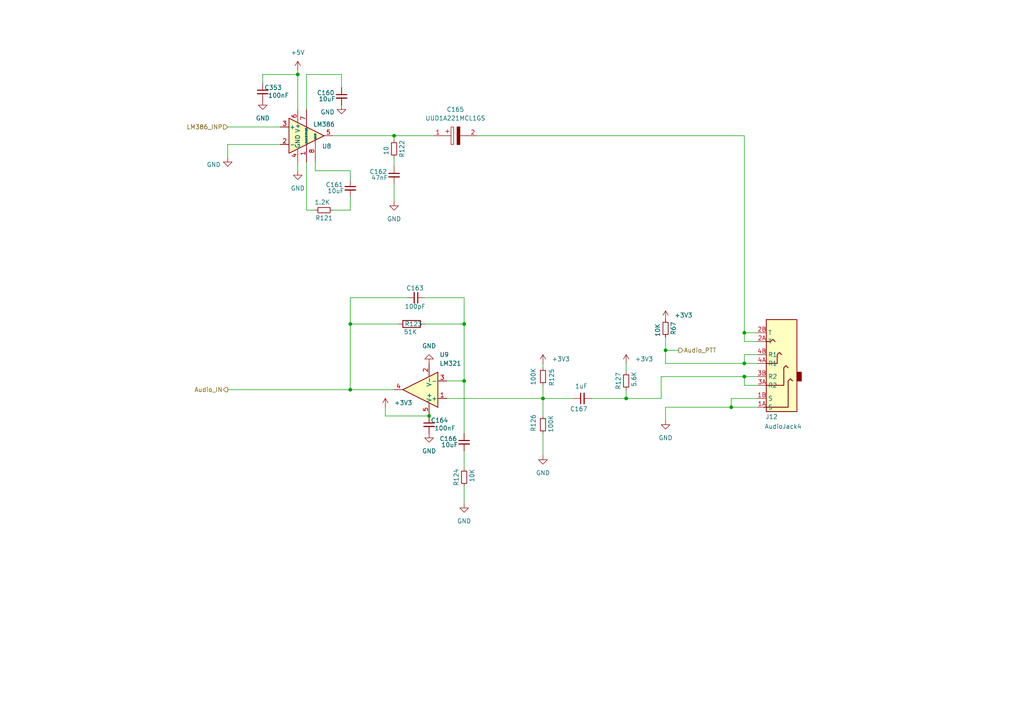
<source format=kicad_sch>
(kicad_sch
	(version 20231120)
	(generator "eeschema")
	(generator_version "8.0")
	(uuid "241314c3-025c-4a66-a987-16d2e2a90f4c")
	(paper "A4")
	(title_block
		(title "RASBB")
		(date "2025-04-06")
		(rev "B")
		(company "Mina Daneshpajouh")
	)
	(lib_symbols
		(symbol "Amplifier_Audio:LM386"
			(pin_names
				(offset 0.127)
			)
			(exclude_from_sim no)
			(in_bom yes)
			(on_board yes)
			(property "Reference" "U"
				(at 1.27 7.62 0)
				(effects
					(font
						(size 1.27 1.27)
					)
					(justify left)
				)
			)
			(property "Value" "LM386"
				(at 1.27 5.08 0)
				(effects
					(font
						(size 1.27 1.27)
					)
					(justify left)
				)
			)
			(property "Footprint" ""
				(at 2.54 2.54 0)
				(effects
					(font
						(size 1.27 1.27)
					)
					(hide yes)
				)
			)
			(property "Datasheet" "http://www.ti.com/lit/ds/symlink/lm386.pdf"
				(at 5.08 5.08 0)
				(effects
					(font
						(size 1.27 1.27)
					)
					(hide yes)
				)
			)
			(property "Description" "Low Voltage Audio Power Amplifier, DIP-8/SOIC-8/SSOP-8"
				(at 0 0 0)
				(effects
					(font
						(size 1.27 1.27)
					)
					(hide yes)
				)
			)
			(property "ki_keywords" "single Power opamp"
				(at 0 0 0)
				(effects
					(font
						(size 1.27 1.27)
					)
					(hide yes)
				)
			)
			(property "ki_fp_filters" "SOIC*3.9x4.9mm*P1.27mm* DIP*W7.62mm* MSSOP*P0.65mm* TSSOP*3x3mm*P0.5mm*"
				(at 0 0 0)
				(effects
					(font
						(size 1.27 1.27)
					)
					(hide yes)
				)
			)
			(symbol "LM386_0_1"
				(polyline
					(pts
						(xy 5.08 0) (xy -5.08 5.08) (xy -5.08 -5.08) (xy 5.08 0)
					)
					(stroke
						(width 0.254)
						(type default)
					)
					(fill
						(type background)
					)
				)
			)
			(symbol "LM386_1_1"
				(pin input line
					(at 0 -7.62 90)
					(length 5.08)
					(name "GAIN"
						(effects
							(font
								(size 0.508 0.508)
							)
						)
					)
					(number "1"
						(effects
							(font
								(size 1.27 1.27)
							)
						)
					)
				)
				(pin input line
					(at -7.62 -2.54 0)
					(length 2.54)
					(name "-"
						(effects
							(font
								(size 1.27 1.27)
							)
						)
					)
					(number "2"
						(effects
							(font
								(size 1.27 1.27)
							)
						)
					)
				)
				(pin input line
					(at -7.62 2.54 0)
					(length 2.54)
					(name "+"
						(effects
							(font
								(size 1.27 1.27)
							)
						)
					)
					(number "3"
						(effects
							(font
								(size 1.27 1.27)
							)
						)
					)
				)
				(pin power_in line
					(at -2.54 -7.62 90)
					(length 3.81)
					(name "GND"
						(effects
							(font
								(size 1.27 1.27)
							)
						)
					)
					(number "4"
						(effects
							(font
								(size 1.27 1.27)
							)
						)
					)
				)
				(pin output line
					(at 7.62 0 180)
					(length 2.54)
					(name "~"
						(effects
							(font
								(size 1.27 1.27)
							)
						)
					)
					(number "5"
						(effects
							(font
								(size 1.27 1.27)
							)
						)
					)
				)
				(pin power_in line
					(at -2.54 7.62 270)
					(length 3.81)
					(name "V+"
						(effects
							(font
								(size 1.27 1.27)
							)
						)
					)
					(number "6"
						(effects
							(font
								(size 1.27 1.27)
							)
						)
					)
				)
				(pin input line
					(at 0 7.62 270)
					(length 5.08)
					(name "BYPASS"
						(effects
							(font
								(size 0.508 0.508)
							)
						)
					)
					(number "7"
						(effects
							(font
								(size 1.27 1.27)
							)
						)
					)
				)
				(pin input line
					(at 2.54 -7.62 90)
					(length 6.35)
					(name "GAIN"
						(effects
							(font
								(size 0.508 0.508)
							)
						)
					)
					(number "8"
						(effects
							(font
								(size 1.27 1.27)
							)
						)
					)
				)
			)
		)
		(symbol "Amplifier_Operational:LM321"
			(pin_names
				(offset 0.127)
			)
			(exclude_from_sim no)
			(in_bom yes)
			(on_board yes)
			(property "Reference" "U"
				(at 0 7.62 0)
				(effects
					(font
						(size 1.27 1.27)
					)
					(justify left)
				)
			)
			(property "Value" "LM321"
				(at 0 5.08 0)
				(effects
					(font
						(size 1.27 1.27)
					)
					(justify left)
				)
			)
			(property "Footprint" "Package_TO_SOT_SMD:SOT-23-5"
				(at 0 0 0)
				(effects
					(font
						(size 1.27 1.27)
					)
					(hide yes)
				)
			)
			(property "Datasheet" "http://www.ti.com/lit/ds/symlink/lm321.pdf"
				(at 0 0 0)
				(effects
					(font
						(size 1.27 1.27)
					)
					(hide yes)
				)
			)
			(property "Description" "Low Power Single Operational Amplifier, SOT-23-5"
				(at 0 0 0)
				(effects
					(font
						(size 1.27 1.27)
					)
					(hide yes)
				)
			)
			(property "ki_keywords" "single opamp"
				(at 0 0 0)
				(effects
					(font
						(size 1.27 1.27)
					)
					(hide yes)
				)
			)
			(property "ki_fp_filters" "SOT?23*"
				(at 0 0 0)
				(effects
					(font
						(size 1.27 1.27)
					)
					(hide yes)
				)
			)
			(symbol "LM321_0_1"
				(polyline
					(pts
						(xy -5.08 5.08) (xy 5.08 0) (xy -5.08 -5.08) (xy -5.08 5.08)
					)
					(stroke
						(width 0.254)
						(type default)
					)
					(fill
						(type background)
					)
				)
			)
			(symbol "LM321_1_1"
				(pin input line
					(at -7.62 2.54 0)
					(length 2.54)
					(name "+"
						(effects
							(font
								(size 1.27 1.27)
							)
						)
					)
					(number "1"
						(effects
							(font
								(size 1.27 1.27)
							)
						)
					)
				)
				(pin power_in line
					(at -2.54 -7.62 90)
					(length 3.81)
					(name "V-"
						(effects
							(font
								(size 1.27 1.27)
							)
						)
					)
					(number "2"
						(effects
							(font
								(size 1.27 1.27)
							)
						)
					)
				)
				(pin input line
					(at -7.62 -2.54 0)
					(length 2.54)
					(name "-"
						(effects
							(font
								(size 1.27 1.27)
							)
						)
					)
					(number "3"
						(effects
							(font
								(size 1.27 1.27)
							)
						)
					)
				)
				(pin output line
					(at 7.62 0 180)
					(length 2.54)
					(name "~"
						(effects
							(font
								(size 1.27 1.27)
							)
						)
					)
					(number "4"
						(effects
							(font
								(size 1.27 1.27)
							)
						)
					)
				)
				(pin power_in line
					(at -2.54 7.62 270)
					(length 3.81)
					(name "V+"
						(effects
							(font
								(size 1.27 1.27)
							)
						)
					)
					(number "5"
						(effects
							(font
								(size 1.27 1.27)
							)
						)
					)
				)
			)
		)
		(symbol "Connector_Audio:AudioJack4"
			(exclude_from_sim no)
			(in_bom yes)
			(on_board yes)
			(property "Reference" "J12"
				(at -8.89 -3.1751 0)
				(effects
					(font
						(size 1.27 1.27)
					)
					(justify right)
				)
			)
			(property "Value" "AudioJack4"
				(at -8.89 -0.6351 0)
				(effects
					(font
						(size 1.27 1.27)
					)
					(justify right)
				)
			)
			(property "Footprint" "RASBB:FC68128"
				(at 2.794 -29.464 0)
				(effects
					(font
						(size 1.27 1.27)
					)
					(hide yes)
				)
			)
			(property "Datasheet" "~"
				(at 0.254 -4.318 0)
				(effects
					(font
						(size 1.27 1.27)
					)
					(hide yes)
				)
			)
			(property "Description" "-25℃~+70℃ 3.5mm Headphone Jack 30V Nickel 500mA Phosphor Bronze SMD Audio Connectors ROHS"
				(at -1.524 -29.718 0)
				(effects
					(font
						(size 1.27 1.27)
					)
					(hide yes)
				)
			)
			(property "LCSC Order #" "C7501803"
				(at -2.794 5.842 0)
				(effects
					(font
						(size 1.27 1.27)
					)
					(hide yes)
				)
			)
			(property "Mfr. Part #" "HC-PJ-313E8-B-SMT"
				(at 0.508 -29.464 0)
				(effects
					(font
						(size 1.27 1.27)
					)
					(hide yes)
				)
			)
			(property "ki_keywords" "audio jack receptacle stereo headphones TRRS connector"
				(at 0 0 0)
				(effects
					(font
						(size 1.27 1.27)
					)
					(hide yes)
				)
			)
			(property "ki_fp_filters" "Jack*"
				(at 0 0 0)
				(effects
					(font
						(size 1.27 1.27)
					)
					(hide yes)
				)
			)
			(symbol "AudioJack4_0_1"
				(rectangle
					(start -6.35 -5.08)
					(end -7.62 -7.62)
					(stroke
						(width 0.254)
						(type default)
					)
					(fill
						(type outline)
					)
				)
				(rectangle
					(start -6.35 3.81)
					(end 2.54 -22.86)
					(stroke
						(width 0.254)
						(type default)
					)
					(fill
						(type background)
					)
				)
				(polyline
					(pts
						(xy 0 -16.51) (xy 0.635 -17.145) (xy 1.27 -16.51) (xy 2.54 -16.51)
					)
					(stroke
						(width 0.254)
						(type default)
					)
					(fill
						(type none)
					)
				)
				(polyline
					(pts
						(xy -5.08 -5.08) (xy -4.445 -5.715) (xy -3.81 -5.08) (xy -3.81 2.54) (xy 3.175 2.54)
					)
					(stroke
						(width 0.254)
						(type default)
					)
					(fill
						(type none)
					)
				)
				(polyline
					(pts
						(xy -1.905 -12.7) (xy -1.27 -13.335) (xy -0.635 -12.7) (xy -0.635 -10.16) (xy 2.54 -10.16)
					)
					(stroke
						(width 0.254)
						(type default)
					)
					(fill
						(type none)
					)
				)
				(polyline
					(pts
						(xy 2.54 -3.81) (xy -2.54 -3.81) (xy -2.54 -8.89) (xy -3.175 -9.525) (xy -3.81 -8.89)
					)
					(stroke
						(width 0.254)
						(type default)
					)
					(fill
						(type none)
					)
				)
			)
			(symbol "AudioJack4_1_1"
				(pin passive line
					(at 5.08 2.54 180)
					(length 2.54)
					(name "S"
						(effects
							(font
								(size 1.27 1.27)
							)
						)
					)
					(number "1A"
						(effects
							(font
								(size 1.27 1.27)
							)
						)
					)
				)
				(pin passive line
					(at 5.08 0 180)
					(length 2.54)
					(name "S"
						(effects
							(font
								(size 1.27 1.27)
							)
						)
					)
					(number "1B"
						(effects
							(font
								(size 1.27 1.27)
							)
						)
					)
				)
				(pin passive line
					(at 5.08 -16.51 180)
					(length 2.54)
					(name "T"
						(effects
							(font
								(size 1.27 1.27)
							)
						)
					)
					(number "2A"
						(effects
							(font
								(size 1.27 1.27)
							)
						)
					)
				)
				(pin passive line
					(at 5.08 -19.05 180)
					(length 2.54)
					(name "T"
						(effects
							(font
								(size 1.27 1.27)
							)
						)
					)
					(number "2B"
						(effects
							(font
								(size 1.27 1.27)
							)
						)
					)
				)
				(pin passive line
					(at 5.08 -3.81 180)
					(length 2.54)
					(name "R2"
						(effects
							(font
								(size 1.27 1.27)
							)
						)
					)
					(number "3A"
						(effects
							(font
								(size 1.27 1.27)
							)
						)
					)
				)
				(pin passive line
					(at 5.08 -6.35 180)
					(length 2.54)
					(name "R2"
						(effects
							(font
								(size 1.27 1.27)
							)
						)
					)
					(number "3B"
						(effects
							(font
								(size 1.27 1.27)
							)
						)
					)
				)
				(pin passive line
					(at 5.08 -10.16 180)
					(length 2.54)
					(name "R1"
						(effects
							(font
								(size 1.27 1.27)
							)
						)
					)
					(number "4A"
						(effects
							(font
								(size 1.27 1.27)
							)
						)
					)
				)
				(pin passive line
					(at 5.08 -12.7 180)
					(length 2.54)
					(name "R1"
						(effects
							(font
								(size 1.27 1.27)
							)
						)
					)
					(number "4B"
						(effects
							(font
								(size 1.27 1.27)
							)
						)
					)
				)
			)
		)
		(symbol "Device:C_Small"
			(pin_numbers hide)
			(pin_names
				(offset 0.254) hide)
			(exclude_from_sim no)
			(in_bom yes)
			(on_board yes)
			(property "Reference" "C"
				(at 0.254 1.778 0)
				(effects
					(font
						(size 1.27 1.27)
					)
					(justify left)
				)
			)
			(property "Value" "C_Small"
				(at 0.254 -2.032 0)
				(effects
					(font
						(size 1.27 1.27)
					)
					(justify left)
				)
			)
			(property "Footprint" ""
				(at 0 0 0)
				(effects
					(font
						(size 1.27 1.27)
					)
					(hide yes)
				)
			)
			(property "Datasheet" "~"
				(at 0 0 0)
				(effects
					(font
						(size 1.27 1.27)
					)
					(hide yes)
				)
			)
			(property "Description" "Unpolarized capacitor, small symbol"
				(at 0 0 0)
				(effects
					(font
						(size 1.27 1.27)
					)
					(hide yes)
				)
			)
			(property "ki_keywords" "capacitor cap"
				(at 0 0 0)
				(effects
					(font
						(size 1.27 1.27)
					)
					(hide yes)
				)
			)
			(property "ki_fp_filters" "C_*"
				(at 0 0 0)
				(effects
					(font
						(size 1.27 1.27)
					)
					(hide yes)
				)
			)
			(symbol "C_Small_0_1"
				(polyline
					(pts
						(xy -1.524 -0.508) (xy 1.524 -0.508)
					)
					(stroke
						(width 0.3302)
						(type default)
					)
					(fill
						(type none)
					)
				)
				(polyline
					(pts
						(xy -1.524 0.508) (xy 1.524 0.508)
					)
					(stroke
						(width 0.3048)
						(type default)
					)
					(fill
						(type none)
					)
				)
			)
			(symbol "C_Small_1_1"
				(pin passive line
					(at 0 2.54 270)
					(length 2.032)
					(name "~"
						(effects
							(font
								(size 1.27 1.27)
							)
						)
					)
					(number "1"
						(effects
							(font
								(size 1.27 1.27)
							)
						)
					)
				)
				(pin passive line
					(at 0 -2.54 90)
					(length 2.032)
					(name "~"
						(effects
							(font
								(size 1.27 1.27)
							)
						)
					)
					(number "2"
						(effects
							(font
								(size 1.27 1.27)
							)
						)
					)
				)
			)
		)
		(symbol "Device:R"
			(pin_numbers hide)
			(pin_names
				(offset 0)
			)
			(exclude_from_sim no)
			(in_bom yes)
			(on_board yes)
			(property "Reference" "R"
				(at 2.032 0 90)
				(effects
					(font
						(size 1.27 1.27)
					)
				)
			)
			(property "Value" "R"
				(at 0 0 90)
				(effects
					(font
						(size 1.27 1.27)
					)
				)
			)
			(property "Footprint" ""
				(at -1.778 0 90)
				(effects
					(font
						(size 1.27 1.27)
					)
					(hide yes)
				)
			)
			(property "Datasheet" "~"
				(at 0 0 0)
				(effects
					(font
						(size 1.27 1.27)
					)
					(hide yes)
				)
			)
			(property "Description" "Resistor"
				(at 0 0 0)
				(effects
					(font
						(size 1.27 1.27)
					)
					(hide yes)
				)
			)
			(property "ki_keywords" "R res resistor"
				(at 0 0 0)
				(effects
					(font
						(size 1.27 1.27)
					)
					(hide yes)
				)
			)
			(property "ki_fp_filters" "R_*"
				(at 0 0 0)
				(effects
					(font
						(size 1.27 1.27)
					)
					(hide yes)
				)
			)
			(symbol "R_0_1"
				(rectangle
					(start -1.016 -2.54)
					(end 1.016 2.54)
					(stroke
						(width 0.254)
						(type default)
					)
					(fill
						(type none)
					)
				)
			)
			(symbol "R_1_1"
				(pin passive line
					(at 0 3.81 270)
					(length 1.27)
					(name "~"
						(effects
							(font
								(size 1.27 1.27)
							)
						)
					)
					(number "1"
						(effects
							(font
								(size 1.27 1.27)
							)
						)
					)
				)
				(pin passive line
					(at 0 -3.81 90)
					(length 1.27)
					(name "~"
						(effects
							(font
								(size 1.27 1.27)
							)
						)
					)
					(number "2"
						(effects
							(font
								(size 1.27 1.27)
							)
						)
					)
				)
			)
		)
		(symbol "Device:R_Small"
			(pin_numbers hide)
			(pin_names
				(offset 0.254) hide)
			(exclude_from_sim no)
			(in_bom yes)
			(on_board yes)
			(property "Reference" "R"
				(at 0.762 0.508 0)
				(effects
					(font
						(size 1.27 1.27)
					)
					(justify left)
				)
			)
			(property "Value" "R_Small"
				(at 0.762 -1.016 0)
				(effects
					(font
						(size 1.27 1.27)
					)
					(justify left)
				)
			)
			(property "Footprint" ""
				(at 0 0 0)
				(effects
					(font
						(size 1.27 1.27)
					)
					(hide yes)
				)
			)
			(property "Datasheet" "~"
				(at 0 0 0)
				(effects
					(font
						(size 1.27 1.27)
					)
					(hide yes)
				)
			)
			(property "Description" "Resistor, small symbol"
				(at 0 0 0)
				(effects
					(font
						(size 1.27 1.27)
					)
					(hide yes)
				)
			)
			(property "ki_keywords" "R resistor"
				(at 0 0 0)
				(effects
					(font
						(size 1.27 1.27)
					)
					(hide yes)
				)
			)
			(property "ki_fp_filters" "R_*"
				(at 0 0 0)
				(effects
					(font
						(size 1.27 1.27)
					)
					(hide yes)
				)
			)
			(symbol "R_Small_0_1"
				(rectangle
					(start -0.762 1.778)
					(end 0.762 -1.778)
					(stroke
						(width 0.2032)
						(type default)
					)
					(fill
						(type none)
					)
				)
			)
			(symbol "R_Small_1_1"
				(pin passive line
					(at 0 2.54 270)
					(length 0.762)
					(name "~"
						(effects
							(font
								(size 1.27 1.27)
							)
						)
					)
					(number "1"
						(effects
							(font
								(size 1.27 1.27)
							)
						)
					)
				)
				(pin passive line
					(at 0 -2.54 90)
					(length 0.762)
					(name "~"
						(effects
							(font
								(size 1.27 1.27)
							)
						)
					)
					(number "2"
						(effects
							(font
								(size 1.27 1.27)
							)
						)
					)
				)
			)
		)
		(symbol "RASBB_Library:UUD1A221MCL1GS"
			(pin_names
				(offset 0.762)
			)
			(exclude_from_sim no)
			(in_bom yes)
			(on_board yes)
			(property "Reference" "C"
				(at 8.89 6.35 0)
				(effects
					(font
						(size 1.27 1.27)
					)
					(justify left)
				)
			)
			(property "Value" "UUD1A221MCL1GS"
				(at 8.89 3.81 0)
				(effects
					(font
						(size 1.27 1.27)
					)
					(justify left)
				)
			)
			(property "Footprint" "CAPAE660X800N"
				(at 8.89 1.27 0)
				(effects
					(font
						(size 1.27 1.27)
					)
					(justify left)
					(hide yes)
				)
			)
			(property "Datasheet" "https://www.nichicon.co.jp/series_items/catalog_pdf/ja/pdf/xja043/uud.pdf"
				(at 8.89 -1.27 0)
				(effects
					(font
						(size 1.27 1.27)
					)
					(justify left)
					(hide yes)
				)
			)
			(property "Description" "Nichicon 220uF 10 V Aluminium Electrolytic Capacitor, UD Series 2000h 6.3 Dia. x 7.7mm"
				(at 0 0 0)
				(effects
					(font
						(size 1.27 1.27)
					)
					(hide yes)
				)
			)
			(property "Description_1" "Nichicon 220uF 10 V Aluminium Electrolytic Capacitor, UD Series 2000h 6.3 Dia. x 7.7mm"
				(at 8.89 -3.81 0)
				(effects
					(font
						(size 1.27 1.27)
					)
					(justify left)
					(hide yes)
				)
			)
			(property "Height" "8"
				(at 8.89 -6.35 0)
				(effects
					(font
						(size 1.27 1.27)
					)
					(justify left)
					(hide yes)
				)
			)
			(property "Mouser Part Number" "647-UUD1A221MCL"
				(at 8.89 -8.89 0)
				(effects
					(font
						(size 1.27 1.27)
					)
					(justify left)
					(hide yes)
				)
			)
			(property "Mouser Price/Stock" "https://www.mouser.co.uk/ProductDetail/Nichicon/UUD1A221MCL1GS?qs=ZAOMJWF7Iq%2FZlIrVa31M%2Fg%3D%3D"
				(at 8.89 -11.43 0)
				(effects
					(font
						(size 1.27 1.27)
					)
					(justify left)
					(hide yes)
				)
			)
			(property "Manufacturer_Name" "Nichicon"
				(at 8.89 -13.97 0)
				(effects
					(font
						(size 1.27 1.27)
					)
					(justify left)
					(hide yes)
				)
			)
			(property "Manufacturer_Part_Number" "UUD1A221MCL1GS"
				(at 8.89 -16.51 0)
				(effects
					(font
						(size 1.27 1.27)
					)
					(justify left)
					(hide yes)
				)
			)
			(symbol "UUD1A221MCL1GS_0_0"
				(pin passive line
					(at 0 0 0)
					(length 2.54)
					(name "~"
						(effects
							(font
								(size 1.27 1.27)
							)
						)
					)
					(number "1"
						(effects
							(font
								(size 1.27 1.27)
							)
						)
					)
				)
				(pin passive line
					(at 12.7 0 180)
					(length 2.54)
					(name "~"
						(effects
							(font
								(size 1.27 1.27)
							)
						)
					)
					(number "2"
						(effects
							(font
								(size 1.27 1.27)
							)
						)
					)
				)
			)
			(symbol "UUD1A221MCL1GS_0_1"
				(polyline
					(pts
						(xy 2.54 0) (xy 5.08 0)
					)
					(stroke
						(width 0.1524)
						(type solid)
					)
					(fill
						(type none)
					)
				)
				(polyline
					(pts
						(xy 4.064 1.778) (xy 4.064 0.762)
					)
					(stroke
						(width 0.1524)
						(type solid)
					)
					(fill
						(type none)
					)
				)
				(polyline
					(pts
						(xy 4.572 1.27) (xy 3.556 1.27)
					)
					(stroke
						(width 0.1524)
						(type solid)
					)
					(fill
						(type none)
					)
				)
				(polyline
					(pts
						(xy 7.62 0) (xy 10.16 0)
					)
					(stroke
						(width 0.1524)
						(type solid)
					)
					(fill
						(type none)
					)
				)
				(polyline
					(pts
						(xy 5.08 2.54) (xy 5.08 -2.54) (xy 5.842 -2.54) (xy 5.842 2.54) (xy 5.08 2.54)
					)
					(stroke
						(width 0.1524)
						(type solid)
					)
					(fill
						(type none)
					)
				)
				(polyline
					(pts
						(xy 7.62 2.54) (xy 7.62 -2.54) (xy 6.858 -2.54) (xy 6.858 2.54) (xy 7.62 2.54)
					)
					(stroke
						(width 0.254)
						(type solid)
					)
					(fill
						(type outline)
					)
				)
			)
		)
		(symbol "power:+3.3V"
			(power)
			(pin_numbers hide)
			(pin_names
				(offset 0) hide)
			(exclude_from_sim no)
			(in_bom yes)
			(on_board yes)
			(property "Reference" "#PWR"
				(at 0 -3.81 0)
				(effects
					(font
						(size 1.27 1.27)
					)
					(hide yes)
				)
			)
			(property "Value" "+3.3V"
				(at 0 3.556 0)
				(effects
					(font
						(size 1.27 1.27)
					)
				)
			)
			(property "Footprint" ""
				(at 0 0 0)
				(effects
					(font
						(size 1.27 1.27)
					)
					(hide yes)
				)
			)
			(property "Datasheet" ""
				(at 0 0 0)
				(effects
					(font
						(size 1.27 1.27)
					)
					(hide yes)
				)
			)
			(property "Description" "Power symbol creates a global label with name \"+3.3V\""
				(at 0 0 0)
				(effects
					(font
						(size 1.27 1.27)
					)
					(hide yes)
				)
			)
			(property "ki_keywords" "global power"
				(at 0 0 0)
				(effects
					(font
						(size 1.27 1.27)
					)
					(hide yes)
				)
			)
			(symbol "+3.3V_0_1"
				(polyline
					(pts
						(xy -0.762 1.27) (xy 0 2.54)
					)
					(stroke
						(width 0)
						(type default)
					)
					(fill
						(type none)
					)
				)
				(polyline
					(pts
						(xy 0 0) (xy 0 2.54)
					)
					(stroke
						(width 0)
						(type default)
					)
					(fill
						(type none)
					)
				)
				(polyline
					(pts
						(xy 0 2.54) (xy 0.762 1.27)
					)
					(stroke
						(width 0)
						(type default)
					)
					(fill
						(type none)
					)
				)
			)
			(symbol "+3.3V_1_1"
				(pin power_in line
					(at 0 0 90)
					(length 0)
					(name "~"
						(effects
							(font
								(size 1.27 1.27)
							)
						)
					)
					(number "1"
						(effects
							(font
								(size 1.27 1.27)
							)
						)
					)
				)
			)
		)
		(symbol "power:+5V"
			(power)
			(pin_numbers hide)
			(pin_names
				(offset 0) hide)
			(exclude_from_sim no)
			(in_bom yes)
			(on_board yes)
			(property "Reference" "#PWR"
				(at 0 -3.81 0)
				(effects
					(font
						(size 1.27 1.27)
					)
					(hide yes)
				)
			)
			(property "Value" "+5V"
				(at 0 3.556 0)
				(effects
					(font
						(size 1.27 1.27)
					)
				)
			)
			(property "Footprint" ""
				(at 0 0 0)
				(effects
					(font
						(size 1.27 1.27)
					)
					(hide yes)
				)
			)
			(property "Datasheet" ""
				(at 0 0 0)
				(effects
					(font
						(size 1.27 1.27)
					)
					(hide yes)
				)
			)
			(property "Description" "Power symbol creates a global label with name \"+5V\""
				(at 0 0 0)
				(effects
					(font
						(size 1.27 1.27)
					)
					(hide yes)
				)
			)
			(property "ki_keywords" "global power"
				(at 0 0 0)
				(effects
					(font
						(size 1.27 1.27)
					)
					(hide yes)
				)
			)
			(symbol "+5V_0_1"
				(polyline
					(pts
						(xy -0.762 1.27) (xy 0 2.54)
					)
					(stroke
						(width 0)
						(type default)
					)
					(fill
						(type none)
					)
				)
				(polyline
					(pts
						(xy 0 0) (xy 0 2.54)
					)
					(stroke
						(width 0)
						(type default)
					)
					(fill
						(type none)
					)
				)
				(polyline
					(pts
						(xy 0 2.54) (xy 0.762 1.27)
					)
					(stroke
						(width 0)
						(type default)
					)
					(fill
						(type none)
					)
				)
			)
			(symbol "+5V_1_1"
				(pin power_in line
					(at 0 0 90)
					(length 0)
					(name "~"
						(effects
							(font
								(size 1.27 1.27)
							)
						)
					)
					(number "1"
						(effects
							(font
								(size 1.27 1.27)
							)
						)
					)
				)
			)
		)
		(symbol "power:GND"
			(power)
			(pin_numbers hide)
			(pin_names
				(offset 0) hide)
			(exclude_from_sim no)
			(in_bom yes)
			(on_board yes)
			(property "Reference" "#PWR"
				(at 0 -6.35 0)
				(effects
					(font
						(size 1.27 1.27)
					)
					(hide yes)
				)
			)
			(property "Value" "GND"
				(at 0 -3.81 0)
				(effects
					(font
						(size 1.27 1.27)
					)
				)
			)
			(property "Footprint" ""
				(at 0 0 0)
				(effects
					(font
						(size 1.27 1.27)
					)
					(hide yes)
				)
			)
			(property "Datasheet" ""
				(at 0 0 0)
				(effects
					(font
						(size 1.27 1.27)
					)
					(hide yes)
				)
			)
			(property "Description" "Power symbol creates a global label with name \"GND\" , ground"
				(at 0 0 0)
				(effects
					(font
						(size 1.27 1.27)
					)
					(hide yes)
				)
			)
			(property "ki_keywords" "global power"
				(at 0 0 0)
				(effects
					(font
						(size 1.27 1.27)
					)
					(hide yes)
				)
			)
			(symbol "GND_0_1"
				(polyline
					(pts
						(xy 0 0) (xy 0 -1.27) (xy 1.27 -1.27) (xy 0 -2.54) (xy -1.27 -1.27) (xy 0 -1.27)
					)
					(stroke
						(width 0)
						(type default)
					)
					(fill
						(type none)
					)
				)
			)
			(symbol "GND_1_1"
				(pin power_in line
					(at 0 0 270)
					(length 0) hide
					(name "GND"
						(effects
							(font
								(size 1.27 1.27)
							)
						)
					)
					(number "1"
						(effects
							(font
								(size 1.27 1.27)
							)
						)
					)
				)
			)
		)
	)
	(junction
		(at 215.9 105.41)
		(diameter 0)
		(color 0 0 0 0)
		(uuid "19fbadb6-d2c4-41bd-b528-89a95d5aba90")
	)
	(junction
		(at 134.62 93.98)
		(diameter 0)
		(color 0 0 0 0)
		(uuid "3b663653-95ec-4e15-8cb7-2e54d7dd8a1e")
	)
	(junction
		(at 101.6 93.98)
		(diameter 0)
		(color 0 0 0 0)
		(uuid "40f9bfd0-bffa-4a88-8131-e8293fd6bd72")
	)
	(junction
		(at 114.3 39.37)
		(diameter 0)
		(color 0 0 0 0)
		(uuid "5ae2fc7b-27bb-490b-9ba4-3be79c901ebe")
	)
	(junction
		(at 215.9 96.52)
		(diameter 0)
		(color 0 0 0 0)
		(uuid "5cea6284-1504-42ff-99e5-534f03f1b3d6")
	)
	(junction
		(at 134.62 110.49)
		(diameter 0)
		(color 0 0 0 0)
		(uuid "61dad156-30e8-4e78-b04f-4da79469e3b9")
	)
	(junction
		(at 86.36 21.59)
		(diameter 0)
		(color 0 0 0 0)
		(uuid "8e28de62-3f53-405a-8fab-7bb59747b341")
	)
	(junction
		(at 124.46 120.65)
		(diameter 0)
		(color 0 0 0 0)
		(uuid "a617a797-3131-43b7-b3dc-f74753b1efd6")
	)
	(junction
		(at 212.09 118.11)
		(diameter 0)
		(color 0 0 0 0)
		(uuid "abf293e0-733a-434f-a427-c799b4cd96a5")
	)
	(junction
		(at 181.61 115.57)
		(diameter 0)
		(color 0 0 0 0)
		(uuid "c0110145-570d-4263-93de-a4a9f0282cec")
	)
	(junction
		(at 193.04 101.6)
		(diameter 0)
		(color 0 0 0 0)
		(uuid "cf7d29cc-8ee8-4b26-9fba-5f7e488568d0")
	)
	(junction
		(at 101.6 113.03)
		(diameter 0)
		(color 0 0 0 0)
		(uuid "da056f88-c234-4ce1-acd3-b74c5af83172")
	)
	(junction
		(at 157.48 115.57)
		(diameter 0)
		(color 0 0 0 0)
		(uuid "e73ea4ff-adc5-4eb4-8ff1-3bba2d654ea5")
	)
	(junction
		(at 215.9 109.22)
		(diameter 0)
		(color 0 0 0 0)
		(uuid "f6f50b1e-5314-43e3-9f1a-658dbbc69660")
	)
	(wire
		(pts
			(xy 111.76 118.11) (xy 111.76 120.65)
		)
		(stroke
			(width 0)
			(type default)
		)
		(uuid "0686aea2-f1f6-4112-8379-6863bf0c6f50")
	)
	(wire
		(pts
			(xy 96.52 39.37) (xy 114.3 39.37)
		)
		(stroke
			(width 0)
			(type default)
		)
		(uuid "17d3f467-db8b-4817-98e4-fda6d0662089")
	)
	(wire
		(pts
			(xy 91.44 49.53) (xy 101.6 49.53)
		)
		(stroke
			(width 0)
			(type default)
		)
		(uuid "1b9d1de2-8b23-4b40-a765-997b79a6fbc0")
	)
	(wire
		(pts
			(xy 134.62 130.81) (xy 134.62 135.89)
		)
		(stroke
			(width 0)
			(type default)
		)
		(uuid "20f9bc37-7bca-42fa-8464-31b11c4d8362")
	)
	(wire
		(pts
			(xy 191.77 115.57) (xy 181.61 115.57)
		)
		(stroke
			(width 0)
			(type default)
		)
		(uuid "214203fc-513e-41e9-bb1d-a8729efede17")
	)
	(wire
		(pts
			(xy 66.04 41.91) (xy 66.04 45.72)
		)
		(stroke
			(width 0)
			(type default)
		)
		(uuid "2f4e643a-5f04-4f61-8b8a-f276c9ca4118")
	)
	(wire
		(pts
			(xy 196.85 101.6) (xy 193.04 101.6)
		)
		(stroke
			(width 0)
			(type default)
		)
		(uuid "347d7510-573d-491c-9808-1c2ec51f0822")
	)
	(wire
		(pts
			(xy 101.6 49.53) (xy 101.6 52.07)
		)
		(stroke
			(width 0)
			(type default)
		)
		(uuid "3cc4c066-5e6e-4b6a-af3b-cfbbaaa9146a")
	)
	(wire
		(pts
			(xy 86.36 20.32) (xy 86.36 21.59)
		)
		(stroke
			(width 0)
			(type default)
		)
		(uuid "3f83e77b-b28d-455c-a648-e5a6d65cce02")
	)
	(wire
		(pts
			(xy 134.62 93.98) (xy 134.62 86.36)
		)
		(stroke
			(width 0)
			(type default)
		)
		(uuid "41a9f20f-f357-4b63-9999-4a7b09874b1f")
	)
	(wire
		(pts
			(xy 181.61 105.41) (xy 181.61 107.95)
		)
		(stroke
			(width 0)
			(type default)
		)
		(uuid "41dbf934-3b23-4fb1-a2bc-97cfef3c8ce9")
	)
	(wire
		(pts
			(xy 114.3 53.34) (xy 114.3 58.42)
		)
		(stroke
			(width 0)
			(type default)
		)
		(uuid "443d5127-4a61-43b1-a98b-a99d00876e41")
	)
	(wire
		(pts
			(xy 157.48 125.73) (xy 157.48 132.08)
		)
		(stroke
			(width 0)
			(type default)
		)
		(uuid "45eab243-3c74-4bd8-b775-439523e5397a")
	)
	(wire
		(pts
			(xy 129.54 115.57) (xy 157.48 115.57)
		)
		(stroke
			(width 0)
			(type default)
		)
		(uuid "464fd811-ce9d-4f19-b588-67c8fbf8c78e")
	)
	(wire
		(pts
			(xy 88.9 46.99) (xy 88.9 60.96)
		)
		(stroke
			(width 0)
			(type default)
		)
		(uuid "499e2b6f-dc30-4012-8ff0-f4bf5f957d01")
	)
	(wire
		(pts
			(xy 118.11 86.36) (xy 101.6 86.36)
		)
		(stroke
			(width 0)
			(type default)
		)
		(uuid "49c12abf-4716-4e6b-aa72-2103d79e501e")
	)
	(wire
		(pts
			(xy 101.6 60.96) (xy 96.52 60.96)
		)
		(stroke
			(width 0)
			(type default)
		)
		(uuid "54f2b56c-b5df-4e53-9d82-484d5825bd92")
	)
	(wire
		(pts
			(xy 123.19 86.36) (xy 134.62 86.36)
		)
		(stroke
			(width 0)
			(type default)
		)
		(uuid "55eaccdc-605a-404b-92c5-b235aff69c5c")
	)
	(wire
		(pts
			(xy 181.61 113.03) (xy 181.61 115.57)
		)
		(stroke
			(width 0)
			(type default)
		)
		(uuid "5665a015-1de3-4984-8f28-f86ba66b0320")
	)
	(wire
		(pts
			(xy 86.36 21.59) (xy 86.36 31.75)
		)
		(stroke
			(width 0)
			(type default)
		)
		(uuid "5b89669a-f2fc-4e5b-bd62-60c8931ca70b")
	)
	(wire
		(pts
			(xy 88.9 31.75) (xy 88.9 21.59)
		)
		(stroke
			(width 0)
			(type default)
		)
		(uuid "5ba00361-f043-4fc2-8437-14914108aab6")
	)
	(wire
		(pts
			(xy 166.37 115.57) (xy 157.48 115.57)
		)
		(stroke
			(width 0)
			(type default)
		)
		(uuid "62f61fff-f793-4a86-9aec-36c73fade505")
	)
	(wire
		(pts
			(xy 88.9 60.96) (xy 91.44 60.96)
		)
		(stroke
			(width 0)
			(type default)
		)
		(uuid "67ed8f85-de5f-4b7a-834b-ccb61f360d66")
	)
	(wire
		(pts
			(xy 101.6 113.03) (xy 114.3 113.03)
		)
		(stroke
			(width 0)
			(type default)
		)
		(uuid "6b177865-675c-44d8-a356-8ea89a51cdef")
	)
	(wire
		(pts
			(xy 215.9 109.22) (xy 191.77 109.22)
		)
		(stroke
			(width 0)
			(type default)
		)
		(uuid "70b31e4b-16be-4bfe-8d10-cbfac6733202")
	)
	(wire
		(pts
			(xy 191.77 109.22) (xy 191.77 115.57)
		)
		(stroke
			(width 0)
			(type default)
		)
		(uuid "715a0f0a-a180-4c10-9031-ada240587f67")
	)
	(wire
		(pts
			(xy 134.62 146.05) (xy 134.62 140.97)
		)
		(stroke
			(width 0)
			(type default)
		)
		(uuid "716e1ec5-7fc4-4146-9394-469465624b97")
	)
	(wire
		(pts
			(xy 123.19 93.98) (xy 134.62 93.98)
		)
		(stroke
			(width 0)
			(type default)
		)
		(uuid "756c5402-76bb-4203-9b76-6e6d465e238d")
	)
	(wire
		(pts
			(xy 76.2 24.13) (xy 76.2 21.59)
		)
		(stroke
			(width 0)
			(type default)
		)
		(uuid "758f2ad1-c3b6-4f43-ad6a-ee0d7573da8b")
	)
	(wire
		(pts
			(xy 101.6 93.98) (xy 101.6 113.03)
		)
		(stroke
			(width 0)
			(type default)
		)
		(uuid "76a2f7cd-68c2-4d5c-9afd-afb823ea6c8b")
	)
	(wire
		(pts
			(xy 219.71 102.87) (xy 215.9 102.87)
		)
		(stroke
			(width 0)
			(type default)
		)
		(uuid "7b854ebf-9112-4ce1-8e8e-0933b3f1510f")
	)
	(wire
		(pts
			(xy 134.62 93.98) (xy 134.62 110.49)
		)
		(stroke
			(width 0)
			(type default)
		)
		(uuid "7c190b39-a899-4e77-a538-0f5d5c4d2651")
	)
	(wire
		(pts
			(xy 215.9 96.52) (xy 215.9 99.06)
		)
		(stroke
			(width 0)
			(type default)
		)
		(uuid "7cd133f4-16fc-4562-bdaa-28b295ea2165")
	)
	(wire
		(pts
			(xy 219.71 118.11) (xy 212.09 118.11)
		)
		(stroke
			(width 0)
			(type default)
		)
		(uuid "80cb957c-3c56-4a7c-a5f9-b9533490c997")
	)
	(wire
		(pts
			(xy 215.9 96.52) (xy 219.71 96.52)
		)
		(stroke
			(width 0)
			(type default)
		)
		(uuid "8213d8d5-f527-4c63-9a58-d79021b38c9c")
	)
	(wire
		(pts
			(xy 66.04 41.91) (xy 81.28 41.91)
		)
		(stroke
			(width 0)
			(type default)
		)
		(uuid "851a06ad-c124-4ab3-b76d-5221e0bfc4f2")
	)
	(wire
		(pts
			(xy 114.3 39.37) (xy 114.3 40.64)
		)
		(stroke
			(width 0)
			(type default)
		)
		(uuid "859b3fce-f099-4f79-b527-5d92d231e83d")
	)
	(wire
		(pts
			(xy 215.9 111.76) (xy 215.9 109.22)
		)
		(stroke
			(width 0)
			(type default)
		)
		(uuid "87a77822-1161-49af-821f-a851d71c0d99")
	)
	(wire
		(pts
			(xy 219.71 109.22) (xy 215.9 109.22)
		)
		(stroke
			(width 0)
			(type default)
		)
		(uuid "87c432d3-72b7-492f-a8b8-321936db2b44")
	)
	(wire
		(pts
			(xy 114.3 45.72) (xy 114.3 48.26)
		)
		(stroke
			(width 0)
			(type default)
		)
		(uuid "890d935e-e38a-4c4f-9665-4207482cf880")
	)
	(wire
		(pts
			(xy 212.09 115.57) (xy 212.09 118.11)
		)
		(stroke
			(width 0)
			(type default)
		)
		(uuid "8a279967-5eb1-449a-98c8-2c591c5e6f2e")
	)
	(wire
		(pts
			(xy 157.48 105.41) (xy 157.48 106.68)
		)
		(stroke
			(width 0)
			(type default)
		)
		(uuid "8ddfd143-972f-4d63-ac91-6c14d3936f27")
	)
	(wire
		(pts
			(xy 219.71 105.41) (xy 215.9 105.41)
		)
		(stroke
			(width 0)
			(type default)
		)
		(uuid "92eab5da-458e-4a71-b434-25db9843f3a6")
	)
	(wire
		(pts
			(xy 215.9 39.37) (xy 215.9 96.52)
		)
		(stroke
			(width 0)
			(type default)
		)
		(uuid "93ada762-9ebd-4246-b66e-bb51b316d06b")
	)
	(wire
		(pts
			(xy 101.6 86.36) (xy 101.6 93.98)
		)
		(stroke
			(width 0)
			(type default)
		)
		(uuid "9ba6bd7c-12a4-44ba-ae0a-faf8ebaefefc")
	)
	(wire
		(pts
			(xy 215.9 39.37) (xy 138.43 39.37)
		)
		(stroke
			(width 0)
			(type default)
		)
		(uuid "9fb0a83a-0b9f-4c66-9623-48d2da53e15b")
	)
	(wire
		(pts
			(xy 219.71 111.76) (xy 215.9 111.76)
		)
		(stroke
			(width 0)
			(type default)
		)
		(uuid "a0f7561a-2ce7-4740-9903-dcae4675189b")
	)
	(wire
		(pts
			(xy 219.71 115.57) (xy 212.09 115.57)
		)
		(stroke
			(width 0)
			(type default)
		)
		(uuid "a12877ca-b622-451b-bf64-ceb3b9f2ae7b")
	)
	(wire
		(pts
			(xy 99.06 21.59) (xy 99.06 25.4)
		)
		(stroke
			(width 0)
			(type default)
		)
		(uuid "add676cc-5799-4212-8502-4f6296aeb40c")
	)
	(wire
		(pts
			(xy 157.48 115.57) (xy 157.48 120.65)
		)
		(stroke
			(width 0)
			(type default)
		)
		(uuid "b3096f48-9350-4359-82a4-807dc39992e2")
	)
	(wire
		(pts
			(xy 111.76 120.65) (xy 124.46 120.65)
		)
		(stroke
			(width 0)
			(type default)
		)
		(uuid "b4c6870b-fbf0-4a4a-a146-54cbca8730b1")
	)
	(wire
		(pts
			(xy 86.36 46.99) (xy 86.36 49.53)
		)
		(stroke
			(width 0)
			(type default)
		)
		(uuid "c0ad7771-d8c4-43ae-84d1-c565a627efef")
	)
	(wire
		(pts
			(xy 101.6 93.98) (xy 115.57 93.98)
		)
		(stroke
			(width 0)
			(type default)
		)
		(uuid "c18013ec-1a95-497a-b27d-26c6de227756")
	)
	(wire
		(pts
			(xy 66.04 113.03) (xy 101.6 113.03)
		)
		(stroke
			(width 0)
			(type default)
		)
		(uuid "c21bbd58-91f9-41f4-9d38-477e5ec37a49")
	)
	(wire
		(pts
			(xy 212.09 118.11) (xy 193.04 118.11)
		)
		(stroke
			(width 0)
			(type default)
		)
		(uuid "c23975d9-bd12-4daa-a8e9-d399013f45d6")
	)
	(wire
		(pts
			(xy 114.3 39.37) (xy 125.73 39.37)
		)
		(stroke
			(width 0)
			(type default)
		)
		(uuid "c2c3a49b-b9f8-4233-9647-afc3c6b41529")
	)
	(wire
		(pts
			(xy 215.9 102.87) (xy 215.9 105.41)
		)
		(stroke
			(width 0)
			(type default)
		)
		(uuid "c3f0ec0b-70c4-4483-bd06-3536f900dfe5")
	)
	(wire
		(pts
			(xy 76.2 21.59) (xy 86.36 21.59)
		)
		(stroke
			(width 0)
			(type default)
		)
		(uuid "d2f0af9c-629f-420f-a9e5-0a82de0886c7")
	)
	(wire
		(pts
			(xy 134.62 110.49) (xy 134.62 125.73)
		)
		(stroke
			(width 0)
			(type default)
		)
		(uuid "d5f81e3d-830e-470e-9886-6e2d6004b3e0")
	)
	(wire
		(pts
			(xy 193.04 101.6) (xy 193.04 105.41)
		)
		(stroke
			(width 0)
			(type default)
		)
		(uuid "db8f2750-29dd-48bb-89a0-4a8259dc1472")
	)
	(wire
		(pts
			(xy 157.48 115.57) (xy 157.48 111.76)
		)
		(stroke
			(width 0)
			(type default)
		)
		(uuid "dc2cab58-9ab7-407f-8550-a700eca4aa41")
	)
	(wire
		(pts
			(xy 101.6 57.15) (xy 101.6 60.96)
		)
		(stroke
			(width 0)
			(type default)
		)
		(uuid "e09c8d6c-7f94-41e5-b98c-5abb6feb8e76")
	)
	(wire
		(pts
			(xy 171.45 115.57) (xy 181.61 115.57)
		)
		(stroke
			(width 0)
			(type default)
		)
		(uuid "e1d128ad-1fd1-4d37-ab6c-98e62302175d")
	)
	(wire
		(pts
			(xy 215.9 105.41) (xy 193.04 105.41)
		)
		(stroke
			(width 0)
			(type default)
		)
		(uuid "e3f0235c-e0c1-4aa2-a750-9b9f44e0f097")
	)
	(wire
		(pts
			(xy 215.9 99.06) (xy 219.71 99.06)
		)
		(stroke
			(width 0)
			(type default)
		)
		(uuid "f24709c9-ce32-47c9-85c9-44e3a4d91c1d")
	)
	(wire
		(pts
			(xy 129.54 110.49) (xy 134.62 110.49)
		)
		(stroke
			(width 0)
			(type default)
		)
		(uuid "f69e116b-a8f1-46ce-b583-53c7ad84a6c1")
	)
	(wire
		(pts
			(xy 88.9 21.59) (xy 99.06 21.59)
		)
		(stroke
			(width 0)
			(type default)
		)
		(uuid "f7861c51-cd9b-4198-9b85-3d46df9de572")
	)
	(wire
		(pts
			(xy 91.44 49.53) (xy 91.44 46.99)
		)
		(stroke
			(width 0)
			(type default)
		)
		(uuid "f890a8f4-d29a-42ff-893d-68f983650bf8")
	)
	(wire
		(pts
			(xy 193.04 97.79) (xy 193.04 101.6)
		)
		(stroke
			(width 0)
			(type default)
		)
		(uuid "f999c13c-7ca8-44d7-bfa4-6c3e0b1c82b5")
	)
	(wire
		(pts
			(xy 66.04 36.83) (xy 81.28 36.83)
		)
		(stroke
			(width 0)
			(type default)
		)
		(uuid "fcb7b238-5fd3-4db7-b619-95068980c446")
	)
	(wire
		(pts
			(xy 193.04 118.11) (xy 193.04 121.92)
		)
		(stroke
			(width 0)
			(type default)
		)
		(uuid "ff6f0bea-4547-408a-bc37-046f167ee2ff")
	)
	(hierarchical_label "Audio_PTT"
		(shape output)
		(at 196.85 101.6 0)
		(fields_autoplaced yes)
		(effects
			(font
				(size 1.27 1.27)
			)
			(justify left)
		)
		(uuid "0c4a1b72-9eb6-4fa4-993f-92f327bc2432")
	)
	(hierarchical_label "LM386_INP"
		(shape input)
		(at 66.04 36.83 180)
		(fields_autoplaced yes)
		(effects
			(font
				(size 1.27 1.27)
			)
			(justify right)
		)
		(uuid "23f00143-8e80-4fe5-bb03-c32a19cb344a")
	)
	(hierarchical_label "Audio_IN"
		(shape output)
		(at 66.04 113.03 180)
		(fields_autoplaced yes)
		(effects
			(font
				(size 1.27 1.27)
			)
			(justify right)
		)
		(uuid "baf8686f-af3a-4a5c-aa19-83b22fe5f3cb")
	)
	(symbol
		(lib_id "power:GND")
		(at 157.48 132.08 0)
		(unit 1)
		(exclude_from_sim no)
		(in_bom yes)
		(on_board yes)
		(dnp no)
		(fields_autoplaced yes)
		(uuid "0bc0658e-8c3f-4c48-8c03-1225d7757cf0")
		(property "Reference" "#PWR0166"
			(at 157.48 138.43 0)
			(effects
				(font
					(size 1.27 1.27)
				)
				(hide yes)
			)
		)
		(property "Value" "GND"
			(at 157.48 137.16 0)
			(effects
				(font
					(size 1.27 1.27)
				)
			)
		)
		(property "Footprint" ""
			(at 157.48 132.08 0)
			(effects
				(font
					(size 1.27 1.27)
				)
				(hide yes)
			)
		)
		(property "Datasheet" ""
			(at 157.48 132.08 0)
			(effects
				(font
					(size 1.27 1.27)
				)
				(hide yes)
			)
		)
		(property "Description" "Power symbol creates a global label with name \"GND\" , ground"
			(at 157.48 132.08 0)
			(effects
				(font
					(size 1.27 1.27)
				)
				(hide yes)
			)
		)
		(pin "1"
			(uuid "36550c82-3550-463a-afe8-bbb9fef5f58b")
		)
		(instances
			(project "RASBB"
				(path "/f6a5c334-5ee5-4dc9-84f1-7866383a3347/9fa197ec-1c40-47db-bcd1-3860fe581f0f"
					(reference "#PWR0166")
					(unit 1)
				)
			)
		)
	)
	(symbol
		(lib_id "power:+3.3V")
		(at 157.48 105.41 0)
		(unit 1)
		(exclude_from_sim no)
		(in_bom yes)
		(on_board yes)
		(dnp no)
		(fields_autoplaced yes)
		(uuid "14503ad1-8088-42ec-8c5c-80d709a5140d")
		(property "Reference" "#PWR0165"
			(at 157.48 109.22 0)
			(effects
				(font
					(size 1.27 1.27)
				)
				(hide yes)
			)
		)
		(property "Value" "+3V3"
			(at 160.02 104.1399 0)
			(effects
				(font
					(size 1.27 1.27)
				)
				(justify left)
			)
		)
		(property "Footprint" ""
			(at 157.48 105.41 0)
			(effects
				(font
					(size 1.27 1.27)
				)
				(hide yes)
			)
		)
		(property "Datasheet" ""
			(at 157.48 105.41 0)
			(effects
				(font
					(size 1.27 1.27)
				)
				(hide yes)
			)
		)
		(property "Description" "Power symbol creates a global label with name \"+3.3V\""
			(at 157.48 105.41 0)
			(effects
				(font
					(size 1.27 1.27)
				)
				(hide yes)
			)
		)
		(pin "1"
			(uuid "111df9c3-9200-4f75-bb0b-bd8ce6b93b42")
		)
		(instances
			(project "RASBB"
				(path "/f6a5c334-5ee5-4dc9-84f1-7866383a3347/9fa197ec-1c40-47db-bcd1-3860fe581f0f"
					(reference "#PWR0165")
					(unit 1)
				)
			)
		)
	)
	(symbol
		(lib_id "power:GND")
		(at 134.62 146.05 0)
		(unit 1)
		(exclude_from_sim no)
		(in_bom yes)
		(on_board yes)
		(dnp no)
		(fields_autoplaced yes)
		(uuid "1fa39074-1205-412d-8994-c42ff362541d")
		(property "Reference" "#PWR0164"
			(at 134.62 152.4 0)
			(effects
				(font
					(size 1.27 1.27)
				)
				(hide yes)
			)
		)
		(property "Value" "GND"
			(at 134.62 151.13 0)
			(effects
				(font
					(size 1.27 1.27)
				)
			)
		)
		(property "Footprint" ""
			(at 134.62 146.05 0)
			(effects
				(font
					(size 1.27 1.27)
				)
				(hide yes)
			)
		)
		(property "Datasheet" ""
			(at 134.62 146.05 0)
			(effects
				(font
					(size 1.27 1.27)
				)
				(hide yes)
			)
		)
		(property "Description" "Power symbol creates a global label with name \"GND\" , ground"
			(at 134.62 146.05 0)
			(effects
				(font
					(size 1.27 1.27)
				)
				(hide yes)
			)
		)
		(pin "1"
			(uuid "18ec3794-0be3-474c-9231-701657dd8449")
		)
		(instances
			(project "RASBB"
				(path "/f6a5c334-5ee5-4dc9-84f1-7866383a3347/9fa197ec-1c40-47db-bcd1-3860fe581f0f"
					(reference "#PWR0164")
					(unit 1)
				)
			)
		)
	)
	(symbol
		(lib_id "Device:R_Small")
		(at 193.04 95.25 180)
		(unit 1)
		(exclude_from_sim no)
		(in_bom yes)
		(on_board yes)
		(dnp no)
		(uuid "29dc49b8-db72-420a-8335-21efe150120b")
		(property "Reference" "R67"
			(at 195.326 95.25 90)
			(effects
				(font
					(size 1.27 1.27)
				)
			)
		)
		(property "Value" "10K"
			(at 190.754 95.758 90)
			(effects
				(font
					(size 1.27 1.27)
				)
			)
		)
		(property "Footprint" "Resistor_SMD:R_0402_1005Metric"
			(at 193.04 95.25 0)
			(effects
				(font
					(size 1.27 1.27)
				)
				(hide yes)
			)
		)
		(property "Datasheet" "https://www.lcsc.com/datasheet/lcsc_datasheet_2304140030_Walsin-Tech-Corp-WR04X1002FTL_C163810.pdf"
			(at 193.04 95.25 0)
			(effects
				(font
					(size 1.27 1.27)
				)
				(hide yes)
			)
		)
		(property "Description" "62.5mW Thick Film Resistors 50V ±100ppm/℃ ±1% 10kΩ 0402 Chip Resistor - Surface Mount ROHS"
			(at 193.04 95.25 0)
			(effects
				(font
					(size 1.27 1.27)
				)
				(hide yes)
			)
		)
		(property "Mfr. Part #" "WR04X1002FTL "
			(at 193.04 95.25 0)
			(effects
				(font
					(size 1.27 1.27)
				)
				(hide yes)
			)
		)
		(property "LCSC Part #" "C163810"
			(at 193.04 95.25 0)
			(effects
				(font
					(size 1.27 1.27)
				)
				(hide yes)
			)
		)
		(pin "2"
			(uuid "bd1ec9eb-3091-4796-8c27-2be1dc83a5b6")
		)
		(pin "1"
			(uuid "e3704a6f-1743-42f7-a1d5-a2d88f1c45e8")
		)
		(instances
			(project "RASBB"
				(path "/f6a5c334-5ee5-4dc9-84f1-7866383a3347/9fa197ec-1c40-47db-bcd1-3860fe581f0f"
					(reference "R67")
					(unit 1)
				)
			)
		)
	)
	(symbol
		(lib_id "Device:R_Small")
		(at 93.98 60.96 90)
		(unit 1)
		(exclude_from_sim no)
		(in_bom yes)
		(on_board yes)
		(dnp no)
		(uuid "2fe2fed1-3ea6-44f7-9584-9cfeab21a571")
		(property "Reference" "R121"
			(at 93.98 63.246 90)
			(effects
				(font
					(size 1.27 1.27)
				)
			)
		)
		(property "Value" "1.2K"
			(at 93.472 58.674 90)
			(effects
				(font
					(size 1.27 1.27)
				)
			)
		)
		(property "Footprint" "Resistor_SMD:R_0402_1005Metric"
			(at 93.98 60.96 0)
			(effects
				(font
					(size 1.27 1.27)
				)
				(hide yes)
			)
		)
		(property "Datasheet" "https://www.lcsc.com/datasheet/lcsc_datasheet_2304140030_Walsin-Tech-Corp-WR04X1201FTL_C168197.pdf"
			(at 93.98 60.96 0)
			(effects
				(font
					(size 1.27 1.27)
				)
				(hide yes)
			)
		)
		(property "Description" "62.5mW Thick Film Resistors 50V ±100ppm/℃ ±1% 1.2kΩ 0402 Chip Resistor - Surface Mount ROHS"
			(at 93.98 60.96 0)
			(effects
				(font
					(size 1.27 1.27)
				)
				(hide yes)
			)
		)
		(property "Mfr. Part #" "WR04X1201FTL"
			(at 93.98 60.96 0)
			(effects
				(font
					(size 1.27 1.27)
				)
				(hide yes)
			)
		)
		(property "LCSC Part #" "C168197"
			(at 93.98 60.96 0)
			(effects
				(font
					(size 1.27 1.27)
				)
				(hide yes)
			)
		)
		(pin "2"
			(uuid "706d6dad-c997-4aca-bcb1-5bac325229ca")
		)
		(pin "1"
			(uuid "4de0bd96-2201-42b5-9a14-cb7dfc70df96")
		)
		(instances
			(project "RASBB"
				(path "/f6a5c334-5ee5-4dc9-84f1-7866383a3347/9fa197ec-1c40-47db-bcd1-3860fe581f0f"
					(reference "R121")
					(unit 1)
				)
			)
		)
	)
	(symbol
		(lib_id "Device:C_Small")
		(at 101.6 54.61 0)
		(mirror y)
		(unit 1)
		(exclude_from_sim no)
		(in_bom yes)
		(on_board yes)
		(dnp no)
		(uuid "31069d6a-70ef-4761-95d8-6fb4853b31f7")
		(property "Reference" "C161"
			(at 99.568 53.594 0)
			(effects
				(font
					(size 1.27 1.27)
				)
				(justify left)
			)
		)
		(property "Value" "10uF"
			(at 99.822 55.372 0)
			(effects
				(font
					(size 1.27 1.27)
				)
				(justify left)
			)
		)
		(property "Footprint" "Capacitor_SMD:C_0603_1608Metric"
			(at 101.6 54.61 0)
			(effects
				(font
					(size 1.27 1.27)
				)
				(hide yes)
			)
		)
		(property "Datasheet" "https://www.lcsc.com/datasheet/lcsc_datasheet_2207111830_Walsin-Tech-Corp-0603X106M250CT_C4555498.pdf"
			(at 101.6 54.61 0)
			(effects
				(font
					(size 1.27 1.27)
				)
				(hide yes)
			)
		)
		(property "Description" "25V 10uF X5R ±20% 0603 Multilayer Ceramic Capacitors MLCC - SMD/SMT ROHS"
			(at 101.6 54.61 0)
			(effects
				(font
					(size 1.27 1.27)
				)
				(hide yes)
			)
		)
		(property "Mfr. Part #" "0603X106M250CT "
			(at 101.6 54.61 0)
			(effects
				(font
					(size 1.27 1.27)
				)
				(hide yes)
			)
		)
		(property "LCSC Part #" "C4555498"
			(at 101.6 54.61 0)
			(effects
				(font
					(size 1.27 1.27)
				)
				(hide yes)
			)
		)
		(pin "1"
			(uuid "df5b8714-f2bb-468d-933a-5a88da2f73ae")
		)
		(pin "2"
			(uuid "d24bb055-1ee8-4a91-9fbc-89017007c9f2")
		)
		(instances
			(project "RASBB"
				(path "/f6a5c334-5ee5-4dc9-84f1-7866383a3347/9fa197ec-1c40-47db-bcd1-3860fe581f0f"
					(reference "C161")
					(unit 1)
				)
			)
		)
	)
	(symbol
		(lib_id "Device:R_Small")
		(at 157.48 123.19 180)
		(unit 1)
		(exclude_from_sim no)
		(in_bom yes)
		(on_board yes)
		(dnp no)
		(uuid "3242a65f-1ac9-4d6a-92b5-0ba936d8aaf0")
		(property "Reference" "R126"
			(at 154.686 122.682 90)
			(effects
				(font
					(size 1.27 1.27)
				)
			)
		)
		(property "Value" "100K"
			(at 159.766 122.936 90)
			(effects
				(font
					(size 1.27 1.27)
				)
			)
		)
		(property "Footprint" "Resistor_SMD:R_0402_1005Metric"
			(at 157.48 123.19 0)
			(effects
				(font
					(size 1.27 1.27)
				)
				(hide yes)
			)
		)
		(property "Datasheet" "https://www.lcsc.com/datasheet/lcsc_datasheet_2304140030_YAGEO-RC0402FR-07100KL_C60491.pdf"
			(at 157.48 123.19 0)
			(effects
				(font
					(size 1.27 1.27)
				)
				(hide yes)
			)
		)
		(property "Description" "62.5mW Thick Film Resistors 50V ±100ppm/℃ ±1% 100kΩ 0402 Chip Resistor - Surface Mount ROHS"
			(at 157.48 123.19 0)
			(effects
				(font
					(size 1.27 1.27)
				)
				(hide yes)
			)
		)
		(property "Mfr. Part #" "RC0402FR-07100KL "
			(at 157.48 123.19 0)
			(effects
				(font
					(size 1.27 1.27)
				)
				(hide yes)
			)
		)
		(property "LCSC Part #" "C60491"
			(at 157.48 123.19 0)
			(effects
				(font
					(size 1.27 1.27)
				)
				(hide yes)
			)
		)
		(pin "2"
			(uuid "3168dea1-6b69-40dd-a778-70eccbd90bc9")
		)
		(pin "1"
			(uuid "d917960a-2264-4cc4-b159-01ad6f6871c0")
		)
		(instances
			(project "RASBB"
				(path "/f6a5c334-5ee5-4dc9-84f1-7866383a3347/9fa197ec-1c40-47db-bcd1-3860fe581f0f"
					(reference "R126")
					(unit 1)
				)
			)
		)
	)
	(symbol
		(lib_id "power:GND")
		(at 99.06 30.48 0)
		(unit 1)
		(exclude_from_sim no)
		(in_bom yes)
		(on_board yes)
		(dnp no)
		(uuid "391130b6-8dc6-4e7c-ab25-bb4808bfa054")
		(property "Reference" "#PWR0159"
			(at 99.06 36.83 0)
			(effects
				(font
					(size 1.27 1.27)
				)
				(hide yes)
			)
		)
		(property "Value" "GND"
			(at 94.996 32.512 0)
			(effects
				(font
					(size 1.27 1.27)
				)
			)
		)
		(property "Footprint" ""
			(at 99.06 30.48 0)
			(effects
				(font
					(size 1.27 1.27)
				)
				(hide yes)
			)
		)
		(property "Datasheet" ""
			(at 99.06 30.48 0)
			(effects
				(font
					(size 1.27 1.27)
				)
				(hide yes)
			)
		)
		(property "Description" "Power symbol creates a global label with name \"GND\" , ground"
			(at 99.06 30.48 0)
			(effects
				(font
					(size 1.27 1.27)
				)
				(hide yes)
			)
		)
		(pin "1"
			(uuid "e063fe26-568b-43b8-90e8-4c7bb32162c2")
		)
		(instances
			(project "RASBB"
				(path "/f6a5c334-5ee5-4dc9-84f1-7866383a3347/9fa197ec-1c40-47db-bcd1-3860fe581f0f"
					(reference "#PWR0159")
					(unit 1)
				)
			)
		)
	)
	(symbol
		(lib_id "Device:C_Small")
		(at 99.06 27.94 0)
		(mirror y)
		(unit 1)
		(exclude_from_sim no)
		(in_bom yes)
		(on_board yes)
		(dnp no)
		(uuid "3a128b90-635c-4ae5-99a4-1fc58cd054b4")
		(property "Reference" "C160"
			(at 97.028 26.924 0)
			(effects
				(font
					(size 1.27 1.27)
				)
				(justify left)
			)
		)
		(property "Value" "10uF"
			(at 97.282 28.702 0)
			(effects
				(font
					(size 1.27 1.27)
				)
				(justify left)
			)
		)
		(property "Footprint" "Capacitor_SMD:C_0603_1608Metric"
			(at 99.06 27.94 0)
			(effects
				(font
					(size 1.27 1.27)
				)
				(hide yes)
			)
		)
		(property "Datasheet" "https://www.lcsc.com/datasheet/lcsc_datasheet_2207111830_Walsin-Tech-Corp-0603X106M250CT_C4555498.pdf"
			(at 99.06 27.94 0)
			(effects
				(font
					(size 1.27 1.27)
				)
				(hide yes)
			)
		)
		(property "Description" "25V 10uF X5R ±20% 0603 Multilayer Ceramic Capacitors MLCC - SMD/SMT ROHS"
			(at 99.06 27.94 0)
			(effects
				(font
					(size 1.27 1.27)
				)
				(hide yes)
			)
		)
		(property "Mfr. Part #" "0603X106M250CT "
			(at 99.06 27.94 0)
			(effects
				(font
					(size 1.27 1.27)
				)
				(hide yes)
			)
		)
		(property "LCSC Part #" "C4555498"
			(at 99.06 27.94 0)
			(effects
				(font
					(size 1.27 1.27)
				)
				(hide yes)
			)
		)
		(pin "1"
			(uuid "96e3813f-b990-4f38-971a-ce9fab7aaea1")
		)
		(pin "2"
			(uuid "191c8697-3491-4d48-a6f4-77febf3c0b27")
		)
		(instances
			(project "RASBB"
				(path "/f6a5c334-5ee5-4dc9-84f1-7866383a3347/9fa197ec-1c40-47db-bcd1-3860fe581f0f"
					(reference "C160")
					(unit 1)
				)
			)
		)
	)
	(symbol
		(lib_id "Amplifier_Operational:LM321")
		(at 121.92 113.03 180)
		(unit 1)
		(exclude_from_sim no)
		(in_bom yes)
		(on_board yes)
		(dnp no)
		(fields_autoplaced yes)
		(uuid "4dca458d-32f3-4415-9e1c-f46303b49c02")
		(property "Reference" "U9"
			(at 127.4765 102.87 0)
			(effects
				(font
					(size 1.27 1.27)
				)
				(justify right)
			)
		)
		(property "Value" "LM321"
			(at 127.4765 105.41 0)
			(effects
				(font
					(size 1.27 1.27)
				)
				(justify right)
			)
		)
		(property "Footprint" "Package_TO_SOT_SMD:SOT-23-5"
			(at 121.92 113.03 0)
			(effects
				(font
					(size 1.27 1.27)
				)
				(hide yes)
			)
		)
		(property "Datasheet" "http://www.ti.com/lit/ds/symlink/lm321.pdf"
			(at 121.92 113.03 0)
			(effects
				(font
					(size 1.27 1.27)
				)
				(hide yes)
			)
		)
		(property "Description" "Low Power Single Operational Amplifier, SOT-23-5"
			(at 121.92 113.03 0)
			(effects
				(font
					(size 1.27 1.27)
				)
				(hide yes)
			)
		)
		(property "LCSC Part #" "C280706"
			(at 121.92 113.03 0)
			(effects
				(font
					(size 1.27 1.27)
				)
				(hide yes)
			)
		)
		(pin "4"
			(uuid "dc96ae1b-8443-44cc-b821-8461fff1a6d0")
		)
		(pin "2"
			(uuid "2fe5af8f-3d3a-430e-a1f2-241ffe2b9746")
		)
		(pin "3"
			(uuid "55a26998-4a3f-41bd-aebf-620568177a5c")
		)
		(pin "5"
			(uuid "8d70f4c2-f248-48c9-b008-549b18c4ae47")
		)
		(pin "1"
			(uuid "0ad6cb8b-eb64-4c90-b69b-f2b0fe85c54d")
		)
		(instances
			(project "RASBB"
				(path "/f6a5c334-5ee5-4dc9-84f1-7866383a3347/9fa197ec-1c40-47db-bcd1-3860fe581f0f"
					(reference "U9")
					(unit 1)
				)
			)
		)
	)
	(symbol
		(lib_id "power:GND")
		(at 86.36 49.53 0)
		(unit 1)
		(exclude_from_sim no)
		(in_bom yes)
		(on_board yes)
		(dnp no)
		(fields_autoplaced yes)
		(uuid "4e856926-63f7-4f9b-b5f7-609dd409f7c8")
		(property "Reference" "#PWR0158"
			(at 86.36 55.88 0)
			(effects
				(font
					(size 1.27 1.27)
				)
				(hide yes)
			)
		)
		(property "Value" "GND"
			(at 86.36 54.61 0)
			(effects
				(font
					(size 1.27 1.27)
				)
			)
		)
		(property "Footprint" ""
			(at 86.36 49.53 0)
			(effects
				(font
					(size 1.27 1.27)
				)
				(hide yes)
			)
		)
		(property "Datasheet" ""
			(at 86.36 49.53 0)
			(effects
				(font
					(size 1.27 1.27)
				)
				(hide yes)
			)
		)
		(property "Description" "Power symbol creates a global label with name \"GND\" , ground"
			(at 86.36 49.53 0)
			(effects
				(font
					(size 1.27 1.27)
				)
				(hide yes)
			)
		)
		(pin "1"
			(uuid "9ec5a474-4555-4e1e-be6c-62be20344b02")
		)
		(instances
			(project "RASBB"
				(path "/f6a5c334-5ee5-4dc9-84f1-7866383a3347/9fa197ec-1c40-47db-bcd1-3860fe581f0f"
					(reference "#PWR0158")
					(unit 1)
				)
			)
		)
	)
	(symbol
		(lib_id "Amplifier_Audio:LM386")
		(at 88.9 39.37 0)
		(unit 1)
		(exclude_from_sim no)
		(in_bom yes)
		(on_board yes)
		(dnp no)
		(uuid "55aa24d3-f148-4aec-8fda-3a566a6f8eb6")
		(property "Reference" "U8"
			(at 94.742 42.418 0)
			(effects
				(font
					(size 1.27 1.27)
				)
			)
		)
		(property "Value" "LM386"
			(at 93.98 36.068 0)
			(effects
				(font
					(size 1.27 1.27)
				)
			)
		)
		(property "Footprint" "Package_SO:SOP-8_3.9x4.9mm_P1.27mm"
			(at 91.44 36.83 0)
			(effects
				(font
					(size 1.27 1.27)
				)
				(hide yes)
			)
		)
		(property "Datasheet" "https://www.lcsc.com/datasheet/lcsc_datasheet_2004111632_HTC-Korea-TAEJIN-Tech-LM386D_C510560.pdf"
			(at 93.98 34.29 0)
			(effects
				(font
					(size 1.27 1.27)
				)
				(hide yes)
			)
		)
		(property "Description" "SOP-8 Audio Amplifiers ROHS"
			(at 88.9 39.37 0)
			(effects
				(font
					(size 1.27 1.27)
				)
				(hide yes)
			)
		)
		(property "Mfr. Part # " "LM386D"
			(at 88.9 39.37 0)
			(effects
				(font
					(size 1.27 1.27)
				)
				(hide yes)
			)
		)
		(property "LCSC Part #" "C510560"
			(at 88.9 39.37 0)
			(effects
				(font
					(size 1.27 1.27)
				)
				(hide yes)
			)
		)
		(property "Mfr. Part #" "LM386D"
			(at 88.9 39.37 0)
			(effects
				(font
					(size 1.27 1.27)
				)
				(hide yes)
			)
		)
		(pin "1"
			(uuid "d889a143-8f1e-41cd-bee1-57fa54cb33bd")
		)
		(pin "6"
			(uuid "24346e90-86ac-4927-8306-1978683b3e3c")
		)
		(pin "5"
			(uuid "ec34cb8a-9ef4-4de5-9756-6aacd4de76f5")
		)
		(pin "3"
			(uuid "67084d9b-278e-489a-a155-8190eaecc7b8")
		)
		(pin "8"
			(uuid "73748321-215d-4848-b6de-146b97400206")
		)
		(pin "7"
			(uuid "689ef2f2-42dd-41c0-91dc-333e2f843b51")
		)
		(pin "2"
			(uuid "f9097369-19e4-4212-a369-8c3fb087cd94")
		)
		(pin "4"
			(uuid "599345c0-bd51-4f5b-94e3-d6b5c6c6f76a")
		)
		(instances
			(project "RASBB"
				(path "/f6a5c334-5ee5-4dc9-84f1-7866383a3347/9fa197ec-1c40-47db-bcd1-3860fe581f0f"
					(reference "U8")
					(unit 1)
				)
			)
		)
	)
	(symbol
		(lib_id "Device:C_Small")
		(at 76.2 26.67 0)
		(unit 1)
		(exclude_from_sim no)
		(in_bom yes)
		(on_board yes)
		(dnp no)
		(uuid "58f0c86b-bc31-499f-a242-f8c640b53767")
		(property "Reference" "C353"
			(at 81.788 25.4 0)
			(effects
				(font
					(size 1.27 1.27)
				)
				(justify right)
			)
		)
		(property "Value" "100nF"
			(at 83.82 27.686 0)
			(effects
				(font
					(size 1.27 1.27)
				)
				(justify right)
			)
		)
		(property "Footprint" "Capacitor_SMD:C_0402_1005Metric"
			(at 76.2 26.67 0)
			(effects
				(font
					(size 1.27 1.27)
				)
				(hide yes)
			)
		)
		(property "Datasheet" "https://www.lcsc.com/datasheet/lcsc_datasheet_2309201533_Walsin-Tech-Corp-0402B103K100CT_C3840241.pdf"
			(at 76.2 26.67 0)
			(effects
				(font
					(size 1.27 1.27)
				)
				(hide yes)
			)
		)
		(property "Description" "10V 100nF X7R ±10% 0402 Multilayer Ceramic Capacitors MLCC - SMD/SMT ROHS"
			(at 76.2 26.67 0)
			(effects
				(font
					(size 1.27 1.27)
				)
				(hide yes)
			)
		)
		(property "Mfr. Part #" "0402B104K500CT"
			(at 76.2 26.67 0)
			(effects
				(font
					(size 1.27 1.27)
				)
				(hide yes)
			)
		)
		(property "LCSC Part #" "C152814"
			(at 76.2 26.67 0)
			(effects
				(font
					(size 1.27 1.27)
				)
				(hide yes)
			)
		)
		(pin "1"
			(uuid "72ecf465-8700-42ca-8535-5335fe6027d7")
		)
		(pin "2"
			(uuid "88981b20-d5f8-41e4-8ea4-dfde6d6564af")
		)
		(instances
			(project "RASBB"
				(path "/f6a5c334-5ee5-4dc9-84f1-7866383a3347/9fa197ec-1c40-47db-bcd1-3860fe581f0f"
					(reference "C353")
					(unit 1)
				)
			)
		)
	)
	(symbol
		(lib_id "Device:C_Small")
		(at 124.46 123.19 0)
		(unit 1)
		(exclude_from_sim no)
		(in_bom yes)
		(on_board yes)
		(dnp no)
		(uuid "5cc76ec8-ca92-4522-95e9-dee2c6248bc4")
		(property "Reference" "C164"
			(at 130.048 121.92 0)
			(effects
				(font
					(size 1.27 1.27)
				)
				(justify right)
			)
		)
		(property "Value" "100nF"
			(at 132.08 124.206 0)
			(effects
				(font
					(size 1.27 1.27)
				)
				(justify right)
			)
		)
		(property "Footprint" "Capacitor_SMD:C_0402_1005Metric"
			(at 124.46 123.19 0)
			(effects
				(font
					(size 1.27 1.27)
				)
				(hide yes)
			)
		)
		(property "Datasheet" "https://www.lcsc.com/datasheet/lcsc_datasheet_2309201533_Walsin-Tech-Corp-0402B103K100CT_C3840241.pdf"
			(at 124.46 123.19 0)
			(effects
				(font
					(size 1.27 1.27)
				)
				(hide yes)
			)
		)
		(property "Description" "10V 100nF X7R ±10% 0402 Multilayer Ceramic Capacitors MLCC - SMD/SMT ROHS"
			(at 124.46 123.19 0)
			(effects
				(font
					(size 1.27 1.27)
				)
				(hide yes)
			)
		)
		(property "Mfr. Part #" "0402B104K500CT"
			(at 124.46 123.19 0)
			(effects
				(font
					(size 1.27 1.27)
				)
				(hide yes)
			)
		)
		(property "LCSC Part #" "C152814"
			(at 124.46 123.19 0)
			(effects
				(font
					(size 1.27 1.27)
				)
				(hide yes)
			)
		)
		(pin "1"
			(uuid "4c46638f-9ca2-4852-ad1d-1e871ca4a97c")
		)
		(pin "2"
			(uuid "e5a870af-70a0-4eeb-9e75-2453463e1d94")
		)
		(instances
			(project "RASBB"
				(path "/f6a5c334-5ee5-4dc9-84f1-7866383a3347/9fa197ec-1c40-47db-bcd1-3860fe581f0f"
					(reference "C164")
					(unit 1)
				)
			)
		)
	)
	(symbol
		(lib_id "power:GND")
		(at 66.04 45.72 0)
		(unit 1)
		(exclude_from_sim no)
		(in_bom yes)
		(on_board yes)
		(dnp no)
		(uuid "65b5384c-8976-4b05-aa96-3382c1a7c85e")
		(property "Reference" "#PWR0156"
			(at 66.04 52.07 0)
			(effects
				(font
					(size 1.27 1.27)
				)
				(hide yes)
			)
		)
		(property "Value" "GND"
			(at 61.976 47.752 0)
			(effects
				(font
					(size 1.27 1.27)
				)
			)
		)
		(property "Footprint" ""
			(at 66.04 45.72 0)
			(effects
				(font
					(size 1.27 1.27)
				)
				(hide yes)
			)
		)
		(property "Datasheet" ""
			(at 66.04 45.72 0)
			(effects
				(font
					(size 1.27 1.27)
				)
				(hide yes)
			)
		)
		(property "Description" "Power symbol creates a global label with name \"GND\" , ground"
			(at 66.04 45.72 0)
			(effects
				(font
					(size 1.27 1.27)
				)
				(hide yes)
			)
		)
		(pin "1"
			(uuid "7c5acc3b-d809-4617-969b-330059e6d1e1")
		)
		(instances
			(project "RASBB"
				(path "/f6a5c334-5ee5-4dc9-84f1-7866383a3347/9fa197ec-1c40-47db-bcd1-3860fe581f0f"
					(reference "#PWR0156")
					(unit 1)
				)
			)
		)
	)
	(symbol
		(lib_id "power:+5V")
		(at 86.36 20.32 0)
		(unit 1)
		(exclude_from_sim no)
		(in_bom yes)
		(on_board yes)
		(dnp no)
		(fields_autoplaced yes)
		(uuid "6fb142be-de42-456b-abdf-c9ad91567c52")
		(property "Reference" "#PWR0157"
			(at 86.36 24.13 0)
			(effects
				(font
					(size 1.27 1.27)
				)
				(hide yes)
			)
		)
		(property "Value" "+5V"
			(at 86.36 15.24 0)
			(effects
				(font
					(size 1.27 1.27)
				)
			)
		)
		(property "Footprint" ""
			(at 86.36 20.32 0)
			(effects
				(font
					(size 1.27 1.27)
				)
				(hide yes)
			)
		)
		(property "Datasheet" ""
			(at 86.36 20.32 0)
			(effects
				(font
					(size 1.27 1.27)
				)
				(hide yes)
			)
		)
		(property "Description" "Power symbol creates a global label with name \"+5V\""
			(at 86.36 20.32 0)
			(effects
				(font
					(size 1.27 1.27)
				)
				(hide yes)
			)
		)
		(pin "1"
			(uuid "5c7dce95-dc39-48d6-8230-85f98c2ebfe4")
		)
		(instances
			(project "RASBB"
				(path "/f6a5c334-5ee5-4dc9-84f1-7866383a3347/9fa197ec-1c40-47db-bcd1-3860fe581f0f"
					(reference "#PWR0157")
					(unit 1)
				)
			)
		)
	)
	(symbol
		(lib_id "Device:C_Small")
		(at 168.91 115.57 90)
		(mirror x)
		(unit 1)
		(exclude_from_sim no)
		(in_bom yes)
		(on_board yes)
		(dnp no)
		(uuid "75ba526d-f7c1-4ead-b96e-a43828924a1c")
		(property "Reference" "C167"
			(at 170.434 118.618 90)
			(effects
				(font
					(size 1.27 1.27)
				)
				(justify left)
			)
		)
		(property "Value" "1uF"
			(at 170.434 112.014 90)
			(effects
				(font
					(size 1.27 1.27)
				)
				(justify left)
			)
		)
		(property "Footprint" "Capacitor_SMD:C_0402_1005Metric"
			(at 168.91 115.57 0)
			(effects
				(font
					(size 1.27 1.27)
				)
				(hide yes)
			)
		)
		(property "Datasheet" "https://www.lcsc.com/datasheet/lcsc_datasheet_2304140030_Samsung-Electro-Mechanics-CL05A105KP5NNNC_C14445.pdf"
			(at 168.91 115.57 0)
			(effects
				(font
					(size 1.27 1.27)
				)
				(hide yes)
			)
		)
		(property "Description" "10V 1uF X5R ±10% 0402 Multilayer Ceramic Capacitors MLCC - SMD/SMT ROHS"
			(at 168.91 115.57 0)
			(effects
				(font
					(size 1.27 1.27)
				)
				(hide yes)
			)
		)
		(property "Mfr. Part #" "0402X105M160CT"
			(at 168.91 115.57 0)
			(effects
				(font
					(size 1.27 1.27)
				)
				(hide yes)
			)
		)
		(property "LCSC Part #" "C3889771"
			(at 168.91 115.57 0)
			(effects
				(font
					(size 1.27 1.27)
				)
				(hide yes)
			)
		)
		(pin "1"
			(uuid "e618e7ae-b82c-4526-b94b-be753e5e914a")
		)
		(pin "2"
			(uuid "e718e815-9637-410f-b8e7-f7daa1dc4014")
		)
		(instances
			(project "RASBB"
				(path "/f6a5c334-5ee5-4dc9-84f1-7866383a3347/9fa197ec-1c40-47db-bcd1-3860fe581f0f"
					(reference "C167")
					(unit 1)
				)
			)
		)
	)
	(symbol
		(lib_id "Device:C_Small")
		(at 114.3 50.8 0)
		(mirror y)
		(unit 1)
		(exclude_from_sim no)
		(in_bom yes)
		(on_board yes)
		(dnp no)
		(uuid "7c430075-a41a-4f1f-a495-b39fbcb6a0e8")
		(property "Reference" "C162"
			(at 112.268 49.784 0)
			(effects
				(font
					(size 1.27 1.27)
				)
				(justify left)
			)
		)
		(property "Value" "47nF"
			(at 112.522 51.562 0)
			(effects
				(font
					(size 1.27 1.27)
				)
				(justify left)
			)
		)
		(property "Footprint" "Capacitor_SMD:C_0402_1005Metric"
			(at 114.3 50.8 0)
			(effects
				(font
					(size 1.27 1.27)
				)
				(hide yes)
			)
		)
		(property "Datasheet" "https://www.lcsc.com/datasheet/lcsc_datasheet_2304140030_Walsin-Tech-Corp-0402B473K250CT_C314287.pdf"
			(at 114.3 50.8 0)
			(effects
				(font
					(size 1.27 1.27)
				)
				(hide yes)
			)
		)
		(property "Description" "25V 47nF X7R ±10% 0402 Multilayer Ceramic Capacitors MLCC - SMD/SMT ROHS"
			(at 114.3 50.8 0)
			(effects
				(font
					(size 1.27 1.27)
				)
				(hide yes)
			)
		)
		(property "Mfr. Part #" "C0402C473J8RAC7867"
			(at 114.3 50.8 0)
			(effects
				(font
					(size 1.27 1.27)
				)
				(hide yes)
			)
		)
		(property "LCSC Part #" "C2178375"
			(at 114.3 50.8 0)
			(effects
				(font
					(size 1.27 1.27)
				)
				(hide yes)
			)
		)
		(pin "1"
			(uuid "2ac0a813-49e6-4f62-ad0d-e5a3a527002e")
		)
		(pin "2"
			(uuid "717c88cf-0cb5-4020-a553-427f6ce2054e")
		)
		(instances
			(project "RASBB"
				(path "/f6a5c334-5ee5-4dc9-84f1-7866383a3347/9fa197ec-1c40-47db-bcd1-3860fe581f0f"
					(reference "C162")
					(unit 1)
				)
			)
		)
	)
	(symbol
		(lib_id "Device:C_Small")
		(at 134.62 128.27 0)
		(mirror y)
		(unit 1)
		(exclude_from_sim no)
		(in_bom yes)
		(on_board yes)
		(dnp no)
		(uuid "7ff66dd7-e371-4f70-9643-48a1c2c252a1")
		(property "Reference" "C166"
			(at 132.588 127.254 0)
			(effects
				(font
					(size 1.27 1.27)
				)
				(justify left)
			)
		)
		(property "Value" "10uF"
			(at 132.842 129.032 0)
			(effects
				(font
					(size 1.27 1.27)
				)
				(justify left)
			)
		)
		(property "Footprint" "Capacitor_SMD:C_0603_1608Metric"
			(at 134.62 128.27 0)
			(effects
				(font
					(size 1.27 1.27)
				)
				(hide yes)
			)
		)
		(property "Datasheet" "https://www.lcsc.com/datasheet/lcsc_datasheet_2207111830_Walsin-Tech-Corp-0603X106M250CT_C4555498.pdf"
			(at 134.62 128.27 0)
			(effects
				(font
					(size 1.27 1.27)
				)
				(hide yes)
			)
		)
		(property "Description" "25V 10uF X5R ±20% 0603 Multilayer Ceramic Capacitors MLCC - SMD/SMT ROHS"
			(at 134.62 128.27 0)
			(effects
				(font
					(size 1.27 1.27)
				)
				(hide yes)
			)
		)
		(property "Mfr. Part #" "0603X106M250CT "
			(at 134.62 128.27 0)
			(effects
				(font
					(size 1.27 1.27)
				)
				(hide yes)
			)
		)
		(property "LCSC Part #" "C4555498"
			(at 134.62 128.27 0)
			(effects
				(font
					(size 1.27 1.27)
				)
				(hide yes)
			)
		)
		(pin "1"
			(uuid "0c5fb9df-68e6-4b92-a882-7e82212c4090")
		)
		(pin "2"
			(uuid "7c79470a-3b7b-4320-a80c-1db548586ff9")
		)
		(instances
			(project "RASBB"
				(path "/f6a5c334-5ee5-4dc9-84f1-7866383a3347/9fa197ec-1c40-47db-bcd1-3860fe581f0f"
					(reference "C166")
					(unit 1)
				)
			)
		)
	)
	(symbol
		(lib_id "power:GND")
		(at 114.3 58.42 0)
		(unit 1)
		(exclude_from_sim no)
		(in_bom yes)
		(on_board yes)
		(dnp no)
		(fields_autoplaced yes)
		(uuid "83ef20f3-92ba-41dd-be25-0606a0379af0")
		(property "Reference" "#PWR0161"
			(at 114.3 64.77 0)
			(effects
				(font
					(size 1.27 1.27)
				)
				(hide yes)
			)
		)
		(property "Value" "GND"
			(at 114.3 63.5 0)
			(effects
				(font
					(size 1.27 1.27)
				)
			)
		)
		(property "Footprint" ""
			(at 114.3 58.42 0)
			(effects
				(font
					(size 1.27 1.27)
				)
				(hide yes)
			)
		)
		(property "Datasheet" ""
			(at 114.3 58.42 0)
			(effects
				(font
					(size 1.27 1.27)
				)
				(hide yes)
			)
		)
		(property "Description" "Power symbol creates a global label with name \"GND\" , ground"
			(at 114.3 58.42 0)
			(effects
				(font
					(size 1.27 1.27)
				)
				(hide yes)
			)
		)
		(pin "1"
			(uuid "f5f0e91a-d3da-47a5-9419-ec54c6ceea10")
		)
		(instances
			(project "RASBB"
				(path "/f6a5c334-5ee5-4dc9-84f1-7866383a3347/9fa197ec-1c40-47db-bcd1-3860fe581f0f"
					(reference "#PWR0161")
					(unit 1)
				)
			)
		)
	)
	(symbol
		(lib_id "power:+3.3V")
		(at 193.04 92.71 0)
		(unit 1)
		(exclude_from_sim no)
		(in_bom yes)
		(on_board yes)
		(dnp no)
		(fields_autoplaced yes)
		(uuid "845f00f9-0019-4195-a693-e8744c4c9e2e")
		(property "Reference" "#PWR0169"
			(at 193.04 96.52 0)
			(effects
				(font
					(size 1.27 1.27)
				)
				(hide yes)
			)
		)
		(property "Value" "+3V3"
			(at 195.58 91.4399 0)
			(effects
				(font
					(size 1.27 1.27)
				)
				(justify left)
			)
		)
		(property "Footprint" ""
			(at 193.04 92.71 0)
			(effects
				(font
					(size 1.27 1.27)
				)
				(hide yes)
			)
		)
		(property "Datasheet" ""
			(at 193.04 92.71 0)
			(effects
				(font
					(size 1.27 1.27)
				)
				(hide yes)
			)
		)
		(property "Description" "Power symbol creates a global label with name \"+3.3V\""
			(at 193.04 92.71 0)
			(effects
				(font
					(size 1.27 1.27)
				)
				(hide yes)
			)
		)
		(pin "1"
			(uuid "384f7b0a-b09f-4616-9634-17b778e8fa8c")
		)
		(instances
			(project "RASBB"
				(path "/f6a5c334-5ee5-4dc9-84f1-7866383a3347/9fa197ec-1c40-47db-bcd1-3860fe581f0f"
					(reference "#PWR0169")
					(unit 1)
				)
			)
		)
	)
	(symbol
		(lib_id "Device:C_Small")
		(at 120.65 86.36 270)
		(unit 1)
		(exclude_from_sim no)
		(in_bom yes)
		(on_board yes)
		(dnp no)
		(uuid "877814eb-1f74-4821-8ecb-79daedf7f9b0")
		(property "Reference" "C163"
			(at 122.936 83.566 90)
			(effects
				(font
					(size 1.27 1.27)
				)
				(justify right)
			)
		)
		(property "Value" "100pF"
			(at 123.444 88.9 90)
			(effects
				(font
					(size 1.27 1.27)
				)
				(justify right)
			)
		)
		(property "Footprint" "Capacitor_SMD:C_0402_1005Metric"
			(at 120.65 86.36 0)
			(effects
				(font
					(size 1.27 1.27)
				)
				(hide yes)
			)
		)
		(property "Datasheet" "https://www.lcsc.com/datasheet/lcsc_datasheet_2304140030_Walsin-Tech-Corp-0402N101G500CT_C387967.pdf"
			(at 120.65 86.36 0)
			(effects
				(font
					(size 1.27 1.27)
				)
				(hide yes)
			)
		)
		(property "Description" "50V 100pF NP0 ±2% 0402 Multilayer Ceramic Capacitors MLCC - SMD/SMT ROHS"
			(at 120.65 86.36 0)
			(effects
				(font
					(size 1.27 1.27)
				)
				(hide yes)
			)
		)
		(property "Mfr. Part #" "0402N101G500CT"
			(at 120.65 86.36 0)
			(effects
				(font
					(size 1.27 1.27)
				)
				(hide yes)
			)
		)
		(property "LCSC Part #" "C387967"
			(at 120.65 86.36 0)
			(effects
				(font
					(size 1.27 1.27)
				)
				(hide yes)
			)
		)
		(pin "1"
			(uuid "f3dfceb1-34f3-4e3a-9423-205fd330a4fd")
		)
		(pin "2"
			(uuid "eb5021d5-9558-4277-8cc0-b5bc139c93c5")
		)
		(instances
			(project "RASBB"
				(path "/f6a5c334-5ee5-4dc9-84f1-7866383a3347/9fa197ec-1c40-47db-bcd1-3860fe581f0f"
					(reference "C163")
					(unit 1)
				)
			)
		)
	)
	(symbol
		(lib_id "power:GND")
		(at 124.46 125.73 0)
		(unit 1)
		(exclude_from_sim no)
		(in_bom yes)
		(on_board yes)
		(dnp no)
		(fields_autoplaced yes)
		(uuid "88ba630f-d52d-473d-ba0e-c93edc87b934")
		(property "Reference" "#PWR0163"
			(at 124.46 132.08 0)
			(effects
				(font
					(size 1.27 1.27)
				)
				(hide yes)
			)
		)
		(property "Value" "GND"
			(at 124.46 130.81 0)
			(effects
				(font
					(size 1.27 1.27)
				)
			)
		)
		(property "Footprint" ""
			(at 124.46 125.73 0)
			(effects
				(font
					(size 1.27 1.27)
				)
				(hide yes)
			)
		)
		(property "Datasheet" ""
			(at 124.46 125.73 0)
			(effects
				(font
					(size 1.27 1.27)
				)
				(hide yes)
			)
		)
		(property "Description" "Power symbol creates a global label with name \"GND\" , ground"
			(at 124.46 125.73 0)
			(effects
				(font
					(size 1.27 1.27)
				)
				(hide yes)
			)
		)
		(pin "1"
			(uuid "8ba770e9-2aa9-4de5-98d2-517a7b676ba9")
		)
		(instances
			(project "RASBB"
				(path "/f6a5c334-5ee5-4dc9-84f1-7866383a3347/9fa197ec-1c40-47db-bcd1-3860fe581f0f"
					(reference "#PWR0163")
					(unit 1)
				)
			)
		)
	)
	(symbol
		(lib_id "power:GND")
		(at 193.04 121.92 0)
		(unit 1)
		(exclude_from_sim no)
		(in_bom yes)
		(on_board yes)
		(dnp no)
		(fields_autoplaced yes)
		(uuid "8b708111-2bc5-4b44-9d21-f7b7204e5791")
		(property "Reference" "#PWR0168"
			(at 193.04 128.27 0)
			(effects
				(font
					(size 1.27 1.27)
				)
				(hide yes)
			)
		)
		(property "Value" "GND"
			(at 193.04 127 0)
			(effects
				(font
					(size 1.27 1.27)
				)
			)
		)
		(property "Footprint" ""
			(at 193.04 121.92 0)
			(effects
				(font
					(size 1.27 1.27)
				)
				(hide yes)
			)
		)
		(property "Datasheet" ""
			(at 193.04 121.92 0)
			(effects
				(font
					(size 1.27 1.27)
				)
				(hide yes)
			)
		)
		(property "Description" "Power symbol creates a global label with name \"GND\" , ground"
			(at 193.04 121.92 0)
			(effects
				(font
					(size 1.27 1.27)
				)
				(hide yes)
			)
		)
		(pin "1"
			(uuid "73a4c0b7-c388-4a11-b948-7eed0c754457")
		)
		(instances
			(project "RASBB"
				(path "/f6a5c334-5ee5-4dc9-84f1-7866383a3347/9fa197ec-1c40-47db-bcd1-3860fe581f0f"
					(reference "#PWR0168")
					(unit 1)
				)
			)
		)
	)
	(symbol
		(lib_id "Device:R_Small")
		(at 134.62 138.43 0)
		(unit 1)
		(exclude_from_sim no)
		(in_bom yes)
		(on_board yes)
		(dnp no)
		(uuid "abd4f757-1cd8-4d64-a339-f9994f30b38a")
		(property "Reference" "R124"
			(at 132.334 138.43 90)
			(effects
				(font
					(size 1.27 1.27)
				)
			)
		)
		(property "Value" "10K"
			(at 136.906 137.922 90)
			(effects
				(font
					(size 1.27 1.27)
				)
			)
		)
		(property "Footprint" "Resistor_SMD:R_0402_1005Metric"
			(at 134.62 138.43 0)
			(effects
				(font
					(size 1.27 1.27)
				)
				(hide yes)
			)
		)
		(property "Datasheet" "https://www.lcsc.com/datasheet/lcsc_datasheet_2304140030_Walsin-Tech-Corp-WR04X1002FTL_C163810.pdf"
			(at 134.62 138.43 0)
			(effects
				(font
					(size 1.27 1.27)
				)
				(hide yes)
			)
		)
		(property "Description" "62.5mW Thick Film Resistors 50V ±100ppm/℃ ±1% 10kΩ 0402 Chip Resistor - Surface Mount ROHS"
			(at 134.62 138.43 0)
			(effects
				(font
					(size 1.27 1.27)
				)
				(hide yes)
			)
		)
		(property "Mfr. Part #" "WR04X1002FTL "
			(at 134.62 138.43 0)
			(effects
				(font
					(size 1.27 1.27)
				)
				(hide yes)
			)
		)
		(property "LCSC Part #" "C163810"
			(at 134.62 138.43 0)
			(effects
				(font
					(size 1.27 1.27)
				)
				(hide yes)
			)
		)
		(pin "2"
			(uuid "b0717e0a-6258-4092-9315-50d88b95376d")
		)
		(pin "1"
			(uuid "dbf14b55-fa48-4f8f-aabd-c452c16bd8e0")
		)
		(instances
			(project "RASBB"
				(path "/f6a5c334-5ee5-4dc9-84f1-7866383a3347/9fa197ec-1c40-47db-bcd1-3860fe581f0f"
					(reference "R124")
					(unit 1)
				)
			)
		)
	)
	(symbol
		(lib_id "Connector_Audio:AudioJack4")
		(at 224.79 115.57 180)
		(unit 1)
		(exclude_from_sim no)
		(in_bom yes)
		(on_board yes)
		(dnp no)
		(uuid "ac9ed7b9-d573-49c8-a7c0-d5af31fa61c5")
		(property "Reference" "J12"
			(at 221.996 120.904 0)
			(effects
				(font
					(size 1.27 1.27)
				)
				(justify right)
			)
		)
		(property "Value" "AudioJack4"
			(at 221.742 123.698 0)
			(effects
				(font
					(size 1.27 1.27)
				)
				(justify right)
			)
		)
		(property "Footprint" "RASBB:FC68128"
			(at 221.996 86.106 0)
			(effects
				(font
					(size 1.27 1.27)
				)
				(hide yes)
			)
		)
		(property "Datasheet" "~"
			(at 224.536 111.252 0)
			(effects
				(font
					(size 1.27 1.27)
				)
				(hide yes)
			)
		)
		(property "Description" "-25℃~+70℃ 3.5mm Headphone Jack 30V Nickel 500mA Phosphor Bronze SMD Audio Connectors ROHS"
			(at 226.314 85.852 0)
			(effects
				(font
					(size 1.27 1.27)
				)
				(hide yes)
			)
		)
		(property "LCSC Order #" "C7501803"
			(at 227.584 121.412 0)
			(effects
				(font
					(size 1.27 1.27)
				)
				(hide yes)
			)
		)
		(property "Mfr. Part #" "HC-PJ-313E8-B-SMT"
			(at 224.282 86.106 0)
			(effects
				(font
					(size 1.27 1.27)
				)
				(hide yes)
			)
		)
		(property "LCSC Part #" "C7501803"
			(at 224.79 115.57 0)
			(effects
				(font
					(size 1.27 1.27)
				)
				(hide yes)
			)
		)
		(pin "3A"
			(uuid "d64f651f-0cbf-48f0-9345-3a42798394eb")
		)
		(pin "2A"
			(uuid "4b52b85f-297e-410e-ba65-64f3542083a7")
		)
		(pin "3B"
			(uuid "cf4c3b98-6f37-47e9-bda7-68f5659c2a7d")
		)
		(pin "2B"
			(uuid "49f2cf42-68ec-4b76-a21d-4acdf8131507")
		)
		(pin "4A"
			(uuid "0c7c76bb-7651-4fc8-941b-4a4209085ad9")
		)
		(pin "1A"
			(uuid "5685880e-e691-4163-b369-ff1ad8525f0a")
		)
		(pin "1B"
			(uuid "bcd26e0c-9518-4645-b9c6-d0a7fb1e3a22")
		)
		(pin "4B"
			(uuid "8060fcd9-4596-48fb-8a3b-c2b266474f88")
		)
		(instances
			(project "RASBB"
				(path "/f6a5c334-5ee5-4dc9-84f1-7866383a3347/9fa197ec-1c40-47db-bcd1-3860fe581f0f"
					(reference "J12")
					(unit 1)
				)
			)
		)
	)
	(symbol
		(lib_id "Device:R_Small")
		(at 114.3 43.18 180)
		(unit 1)
		(exclude_from_sim no)
		(in_bom yes)
		(on_board yes)
		(dnp no)
		(uuid "b242679a-1a95-4ee5-a7fb-cedfd7a70c77")
		(property "Reference" "R122"
			(at 116.586 43.18 90)
			(effects
				(font
					(size 1.27 1.27)
				)
			)
		)
		(property "Value" "10"
			(at 112.014 43.688 90)
			(effects
				(font
					(size 1.27 1.27)
				)
			)
		)
		(property "Footprint" "Resistor_SMD:R_0402_1005Metric"
			(at 114.3 43.18 0)
			(effects
				(font
					(size 1.27 1.27)
				)
				(hide yes)
			)
		)
		(property "Datasheet" "https://www.lcsc.com/datasheet/lcsc_datasheet_2411221126_UNI-ROYAL-Uniroyal-Elec-0402WGF100JTCE_C25077.pdf"
			(at 114.3 43.18 0)
			(effects
				(font
					(size 1.27 1.27)
				)
				(hide yes)
			)
		)
		(property "Description" "62.5mW Thick Film Resistors 50V ±1% ±200ppm/℃ 10Ω 0402 Chip Resistor - Surface Mount ROHS"
			(at 114.3 43.18 0)
			(effects
				(font
					(size 1.27 1.27)
				)
				(hide yes)
			)
		)
		(property "Mfr. Part #" "0402WGF100JTCE"
			(at 114.3 43.18 0)
			(effects
				(font
					(size 1.27 1.27)
				)
				(hide yes)
			)
		)
		(property "LCSC Part #" "C25077"
			(at 114.3 43.18 0)
			(effects
				(font
					(size 1.27 1.27)
				)
				(hide yes)
			)
		)
		(pin "2"
			(uuid "517f52cf-f2cb-49e3-9dde-0340b5b62053")
		)
		(pin "1"
			(uuid "1532d21f-bcb2-47fb-9e85-c56c6c760b5c")
		)
		(instances
			(project "RASBB"
				(path "/f6a5c334-5ee5-4dc9-84f1-7866383a3347/9fa197ec-1c40-47db-bcd1-3860fe581f0f"
					(reference "R122")
					(unit 1)
				)
			)
		)
	)
	(symbol
		(lib_id "Device:R")
		(at 119.38 93.98 270)
		(unit 1)
		(exclude_from_sim no)
		(in_bom yes)
		(on_board yes)
		(dnp no)
		(uuid "b32cc50c-36ad-4b58-8874-02e8013f9ad7")
		(property "Reference" "R123"
			(at 117.348 93.98 90)
			(effects
				(font
					(size 1.27 1.27)
				)
				(justify left)
			)
		)
		(property "Value" "51K"
			(at 117.094 96.266 90)
			(effects
				(font
					(size 1.27 1.27)
				)
				(justify left)
			)
		)
		(property "Footprint" "Resistor_SMD:R_0603_1608Metric"
			(at 119.38 92.202 90)
			(effects
				(font
					(size 1.27 1.27)
				)
				(hide yes)
			)
		)
		(property "Datasheet" "https://www.lcsc.com/datasheet/lcsc_datasheet_2304140030_Walsin-Tech-Corp-WR06X5102FTL_C163933.pdf"
			(at 119.38 93.98 0)
			(effects
				(font
					(size 1.27 1.27)
				)
				(hide yes)
			)
		)
		(property "Description" "100mW Thick Film Resistors 75V ±100ppm/℃ ±1% 51kΩ 0603 Chip Resistor - Surface Mount ROHS"
			(at 119.38 93.98 0)
			(effects
				(font
					(size 1.27 1.27)
				)
				(hide yes)
			)
		)
		(property "Mfr. Part # " "WR06X5102FTL "
			(at 119.38 93.98 90)
			(effects
				(font
					(size 1.27 1.27)
				)
				(hide yes)
			)
		)
		(property "LCSC Part #" "C227390"
			(at 119.38 93.98 90)
			(effects
				(font
					(size 1.27 1.27)
				)
				(hide yes)
			)
		)
		(property "Mfr. Part #" "WR06X5102FTL "
			(at 119.38 93.98 0)
			(effects
				(font
					(size 1.27 1.27)
				)
				(hide yes)
			)
		)
		(pin "1"
			(uuid "d140059f-a49a-4c5e-8ea3-2ed8214e5321")
		)
		(pin "2"
			(uuid "af2d3457-f849-4d74-b39b-fd26924ebea3")
		)
		(instances
			(project "RASBB"
				(path "/f6a5c334-5ee5-4dc9-84f1-7866383a3347/9fa197ec-1c40-47db-bcd1-3860fe581f0f"
					(reference "R123")
					(unit 1)
				)
			)
		)
	)
	(symbol
		(lib_id "Device:R_Small")
		(at 181.61 110.49 0)
		(unit 1)
		(exclude_from_sim no)
		(in_bom yes)
		(on_board yes)
		(dnp no)
		(uuid "b3434e56-0fa2-4fd1-b331-8a5c2114ff5b")
		(property "Reference" "R127"
			(at 179.324 110.49 90)
			(effects
				(font
					(size 1.27 1.27)
				)
			)
		)
		(property "Value" "5.6K"
			(at 183.896 109.982 90)
			(effects
				(font
					(size 1.27 1.27)
				)
			)
		)
		(property "Footprint" "Resistor_SMD:R_0402_1005Metric"
			(at 181.61 110.49 0)
			(effects
				(font
					(size 1.27 1.27)
				)
				(hide yes)
			)
		)
		(property "Datasheet" "https://www.lcsc.com/datasheet/lcsc_datasheet_2304140030_Walsin-Tech-Corp-WR04X1002FTL_C163810.pdf"
			(at 181.61 110.49 0)
			(effects
				(font
					(size 1.27 1.27)
				)
				(hide yes)
			)
		)
		(property "Description" "62.5mW Thick Film Resistors 50V ±100ppm/℃ ±1% 10kΩ 0402 Chip Resistor - Surface Mount ROHS"
			(at 181.61 110.49 0)
			(effects
				(font
					(size 1.27 1.27)
				)
				(hide yes)
			)
		)
		(property "Mfr. Part #" "WR04X1002FTL "
			(at 181.61 110.49 0)
			(effects
				(font
					(size 1.27 1.27)
				)
				(hide yes)
			)
		)
		(property "LCSC Part #" "C163810"
			(at 181.61 110.49 0)
			(effects
				(font
					(size 1.27 1.27)
				)
				(hide yes)
			)
		)
		(pin "2"
			(uuid "c34411c5-0fd0-4110-9e5e-f0b0f4299910")
		)
		(pin "1"
			(uuid "2c8312a5-f0c0-4490-9d7e-086d46d6ee78")
		)
		(instances
			(project "RASBB"
				(path "/f6a5c334-5ee5-4dc9-84f1-7866383a3347/9fa197ec-1c40-47db-bcd1-3860fe581f0f"
					(reference "R127")
					(unit 1)
				)
			)
		)
	)
	(symbol
		(lib_id "power:+3.3V")
		(at 181.61 105.41 0)
		(unit 1)
		(exclude_from_sim no)
		(in_bom yes)
		(on_board yes)
		(dnp no)
		(fields_autoplaced yes)
		(uuid "b669921b-8ae6-4379-9039-44f53120ba93")
		(property "Reference" "#PWR0167"
			(at 181.61 109.22 0)
			(effects
				(font
					(size 1.27 1.27)
				)
				(hide yes)
			)
		)
		(property "Value" "+3V3"
			(at 184.15 104.1399 0)
			(effects
				(font
					(size 1.27 1.27)
				)
				(justify left)
			)
		)
		(property "Footprint" ""
			(at 181.61 105.41 0)
			(effects
				(font
					(size 1.27 1.27)
				)
				(hide yes)
			)
		)
		(property "Datasheet" ""
			(at 181.61 105.41 0)
			(effects
				(font
					(size 1.27 1.27)
				)
				(hide yes)
			)
		)
		(property "Description" "Power symbol creates a global label with name \"+3.3V\""
			(at 181.61 105.41 0)
			(effects
				(font
					(size 1.27 1.27)
				)
				(hide yes)
			)
		)
		(pin "1"
			(uuid "59a3040c-0a36-4026-9ada-ed22a69fac2c")
		)
		(instances
			(project "RASBB"
				(path "/f6a5c334-5ee5-4dc9-84f1-7866383a3347/9fa197ec-1c40-47db-bcd1-3860fe581f0f"
					(reference "#PWR0167")
					(unit 1)
				)
			)
		)
	)
	(symbol
		(lib_id "power:GND")
		(at 76.2 29.21 0)
		(unit 1)
		(exclude_from_sim no)
		(in_bom yes)
		(on_board yes)
		(dnp no)
		(fields_autoplaced yes)
		(uuid "c169cf32-6aa2-4695-9125-394cba67f595")
		(property "Reference" "#PWR0250"
			(at 76.2 35.56 0)
			(effects
				(font
					(size 1.27 1.27)
				)
				(hide yes)
			)
		)
		(property "Value" "GND"
			(at 76.2 34.29 0)
			(effects
				(font
					(size 1.27 1.27)
				)
			)
		)
		(property "Footprint" ""
			(at 76.2 29.21 0)
			(effects
				(font
					(size 1.27 1.27)
				)
				(hide yes)
			)
		)
		(property "Datasheet" ""
			(at 76.2 29.21 0)
			(effects
				(font
					(size 1.27 1.27)
				)
				(hide yes)
			)
		)
		(property "Description" "Power symbol creates a global label with name \"GND\" , ground"
			(at 76.2 29.21 0)
			(effects
				(font
					(size 1.27 1.27)
				)
				(hide yes)
			)
		)
		(pin "1"
			(uuid "81d92433-5623-4c05-a820-b7426cef228c")
		)
		(instances
			(project "RASBB"
				(path "/f6a5c334-5ee5-4dc9-84f1-7866383a3347/9fa197ec-1c40-47db-bcd1-3860fe581f0f"
					(reference "#PWR0250")
					(unit 1)
				)
			)
		)
	)
	(symbol
		(lib_id "Device:R_Small")
		(at 157.48 109.22 180)
		(unit 1)
		(exclude_from_sim no)
		(in_bom yes)
		(on_board yes)
		(dnp no)
		(uuid "dac8f69f-ee34-414f-ab39-fd89f308ed45")
		(property "Reference" "R125"
			(at 160.02 109.474 90)
			(effects
				(font
					(size 1.27 1.27)
				)
			)
		)
		(property "Value" "100K"
			(at 154.686 109.22 90)
			(effects
				(font
					(size 1.27 1.27)
				)
			)
		)
		(property "Footprint" "Resistor_SMD:R_0402_1005Metric"
			(at 157.48 109.22 0)
			(effects
				(font
					(size 1.27 1.27)
				)
				(hide yes)
			)
		)
		(property "Datasheet" "https://www.lcsc.com/datasheet/lcsc_datasheet_2304140030_YAGEO-RC0402FR-07100KL_C60491.pdf"
			(at 157.48 109.22 0)
			(effects
				(font
					(size 1.27 1.27)
				)
				(hide yes)
			)
		)
		(property "Description" "62.5mW Thick Film Resistors 50V ±100ppm/℃ ±1% 100kΩ 0402 Chip Resistor - Surface Mount ROHS"
			(at 157.48 109.22 0)
			(effects
				(font
					(size 1.27 1.27)
				)
				(hide yes)
			)
		)
		(property "Mfr. Part #" "RC0402FR-07100KL "
			(at 157.48 109.22 0)
			(effects
				(font
					(size 1.27 1.27)
				)
				(hide yes)
			)
		)
		(property "LCSC Part #" "C60491"
			(at 157.48 109.22 0)
			(effects
				(font
					(size 1.27 1.27)
				)
				(hide yes)
			)
		)
		(pin "2"
			(uuid "86ac8541-53c1-4e1b-a30a-92fda3c015ad")
		)
		(pin "1"
			(uuid "b2a2f24d-410e-4e65-b180-c3c5f65fc335")
		)
		(instances
			(project "RASBB"
				(path "/f6a5c334-5ee5-4dc9-84f1-7866383a3347/9fa197ec-1c40-47db-bcd1-3860fe581f0f"
					(reference "R125")
					(unit 1)
				)
			)
		)
	)
	(symbol
		(lib_id "power:+3.3V")
		(at 111.76 118.11 0)
		(unit 1)
		(exclude_from_sim no)
		(in_bom yes)
		(on_board yes)
		(dnp no)
		(fields_autoplaced yes)
		(uuid "e0a031d2-69b8-4385-a5e9-6ab6e1dacaea")
		(property "Reference" "#PWR0160"
			(at 111.76 121.92 0)
			(effects
				(font
					(size 1.27 1.27)
				)
				(hide yes)
			)
		)
		(property "Value" "+3V3"
			(at 114.3 116.8399 0)
			(effects
				(font
					(size 1.27 1.27)
				)
				(justify left)
			)
		)
		(property "Footprint" ""
			(at 111.76 118.11 0)
			(effects
				(font
					(size 1.27 1.27)
				)
				(hide yes)
			)
		)
		(property "Datasheet" ""
			(at 111.76 118.11 0)
			(effects
				(font
					(size 1.27 1.27)
				)
				(hide yes)
			)
		)
		(property "Description" "Power symbol creates a global label with name \"+3.3V\""
			(at 111.76 118.11 0)
			(effects
				(font
					(size 1.27 1.27)
				)
				(hide yes)
			)
		)
		(pin "1"
			(uuid "7c240c82-2c1f-437a-936f-fea16abae152")
		)
		(instances
			(project "RASBB"
				(path "/f6a5c334-5ee5-4dc9-84f1-7866383a3347/9fa197ec-1c40-47db-bcd1-3860fe581f0f"
					(reference "#PWR0160")
					(unit 1)
				)
			)
		)
	)
	(symbol
		(lib_id "RASBB_Library:UUD1A221MCL1GS")
		(at 125.73 39.37 0)
		(unit 1)
		(exclude_from_sim no)
		(in_bom yes)
		(on_board yes)
		(dnp no)
		(fields_autoplaced yes)
		(uuid "ea89b2f9-2321-4d88-8c69-f8e5701dd372")
		(property "Reference" "C165"
			(at 132.08 31.75 0)
			(effects
				(font
					(size 1.27 1.27)
				)
			)
		)
		(property "Value" "UUD1A221MCL1GS"
			(at 132.08 34.29 0)
			(effects
				(font
					(size 1.27 1.27)
				)
			)
		)
		(property "Footprint" "RASBB:CAPAE660X800N"
			(at 134.62 38.1 0)
			(effects
				(font
					(size 1.27 1.27)
				)
				(justify left)
				(hide yes)
			)
		)
		(property "Datasheet" "https://www.nichicon.co.jp/series_items/catalog_pdf/ja/pdf/xja043/uud.pdf"
			(at 134.62 40.64 0)
			(effects
				(font
					(size 1.27 1.27)
				)
				(justify left)
				(hide yes)
			)
		)
		(property "Description" "220uF 10V 280mA@100kHz 340mΩ@100kHz ±20% SMD,D6.3xL7.7mm Aluminum Electrolytic Capacitors - SMD ROHS"
			(at 125.73 39.37 0)
			(effects
				(font
					(size 1.27 1.27)
				)
				(hide yes)
			)
		)
		(property "Height" "8"
			(at 134.62 45.72 0)
			(effects
				(font
					(size 1.27 1.27)
				)
				(justify left)
				(hide yes)
			)
		)
		(property "Manufacturer_Name" "Nichicon"
			(at 134.62 53.34 0)
			(effects
				(font
					(size 1.27 1.27)
				)
				(justify left)
				(hide yes)
			)
		)
		(property "Mfr. Part # " "UUD1A221MCL1GS"
			(at 134.62 55.88 0)
			(effects
				(font
					(size 1.27 1.27)
				)
				(justify left)
				(hide yes)
			)
		)
		(property "LCSC Part #" "C445275"
			(at 125.73 39.37 0)
			(effects
				(font
					(size 1.27 1.27)
				)
				(hide yes)
			)
		)
		(property "Mfr. Part #" "UUD1A221MCL1GS"
			(at 125.73 39.37 0)
			(effects
				(font
					(size 1.27 1.27)
				)
				(hide yes)
			)
		)
		(pin "1"
			(uuid "b4db6a6a-ac52-4e4f-b58a-793a63815140")
		)
		(pin "2"
			(uuid "3c5139b1-ea4c-46e8-9df7-bd0c2dad8cc4")
		)
		(instances
			(project "RASBB"
				(path "/f6a5c334-5ee5-4dc9-84f1-7866383a3347/9fa197ec-1c40-47db-bcd1-3860fe581f0f"
					(reference "C165")
					(unit 1)
				)
			)
		)
	)
	(symbol
		(lib_id "power:GND")
		(at 124.46 105.41 180)
		(unit 1)
		(exclude_from_sim no)
		(in_bom yes)
		(on_board yes)
		(dnp no)
		(fields_autoplaced yes)
		(uuid "efa5cfea-df29-49c7-b51b-613c87715562")
		(property "Reference" "#PWR0162"
			(at 124.46 99.06 0)
			(effects
				(font
					(size 1.27 1.27)
				)
				(hide yes)
			)
		)
		(property "Value" "GND"
			(at 124.46 100.33 0)
			(effects
				(font
					(size 1.27 1.27)
				)
			)
		)
		(property "Footprint" ""
			(at 124.46 105.41 0)
			(effects
				(font
					(size 1.27 1.27)
				)
				(hide yes)
			)
		)
		(property "Datasheet" ""
			(at 124.46 105.41 0)
			(effects
				(font
					(size 1.27 1.27)
				)
				(hide yes)
			)
		)
		(property "Description" "Power symbol creates a global label with name \"GND\" , ground"
			(at 124.46 105.41 0)
			(effects
				(font
					(size 1.27 1.27)
				)
				(hide yes)
			)
		)
		(pin "1"
			(uuid "77e39f15-4ea7-4f93-9fb6-64c0b20c3217")
		)
		(instances
			(project "RASBB"
				(path "/f6a5c334-5ee5-4dc9-84f1-7866383a3347/9fa197ec-1c40-47db-bcd1-3860fe581f0f"
					(reference "#PWR0162")
					(unit 1)
				)
			)
		)
	)
)

</source>
